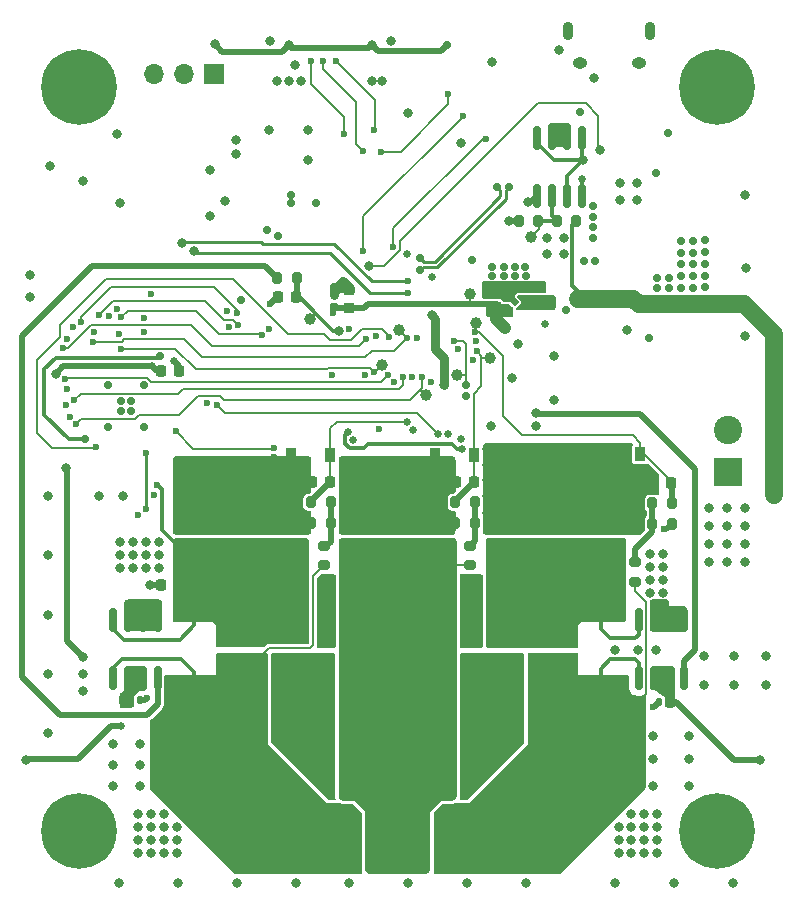
<source format=gbl>
G04 #@! TF.GenerationSoftware,KiCad,Pcbnew,(6.0.2)*
G04 #@! TF.CreationDate,2022-07-31T17:13:20+02:00*
G04 #@! TF.ProjectId,progetto_motor_controller,70726f67-6574-4746-9f5f-6d6f746f725f,rev?*
G04 #@! TF.SameCoordinates,Original*
G04 #@! TF.FileFunction,Copper,L4,Bot*
G04 #@! TF.FilePolarity,Positive*
%FSLAX46Y46*%
G04 Gerber Fmt 4.6, Leading zero omitted, Abs format (unit mm)*
G04 Created by KiCad (PCBNEW (6.0.2)) date 2022-07-31 17:13:20*
%MOMM*%
%LPD*%
G01*
G04 APERTURE LIST*
G04 Aperture macros list*
%AMRoundRect*
0 Rectangle with rounded corners*
0 $1 Rounding radius*
0 $2 $3 $4 $5 $6 $7 $8 $9 X,Y pos of 4 corners*
0 Add a 4 corners polygon primitive as box body*
4,1,4,$2,$3,$4,$5,$6,$7,$8,$9,$2,$3,0*
0 Add four circle primitives for the rounded corners*
1,1,$1+$1,$2,$3*
1,1,$1+$1,$4,$5*
1,1,$1+$1,$6,$7*
1,1,$1+$1,$8,$9*
0 Add four rect primitives between the rounded corners*
20,1,$1+$1,$2,$3,$4,$5,0*
20,1,$1+$1,$4,$5,$6,$7,0*
20,1,$1+$1,$6,$7,$8,$9,0*
20,1,$1+$1,$8,$9,$2,$3,0*%
%AMRotRect*
0 Rectangle, with rotation*
0 The origin of the aperture is its center*
0 $1 length*
0 $2 width*
0 $3 Rotation angle, in degrees counterclockwise*
0 Add horizontal line*
21,1,$1,$2,0,0,$3*%
%AMFreePoly0*
4,1,6,0.270000,-0.070500,0.270000,-0.105000,-0.090000,-0.105000,-0.090000,0.105000,0.090000,0.105000,0.270000,-0.070500,0.270000,-0.070500,$1*%
%AMFreePoly1*
4,1,6,0.090000,-0.105000,-0.270000,-0.105000,-0.270000,-0.070500,-0.090000,0.105000,0.090000,0.105000,0.090000,-0.105000,0.090000,-0.105000,$1*%
G04 Aperture macros list end*
G04 #@! TA.AperFunction,ComponentPad*
%ADD10O,1.250000X0.950000*%
G04 #@! TD*
G04 #@! TA.AperFunction,ComponentPad*
%ADD11O,0.890000X1.550000*%
G04 #@! TD*
G04 #@! TA.AperFunction,ComponentPad*
%ADD12C,0.800000*%
G04 #@! TD*
G04 #@! TA.AperFunction,ComponentPad*
%ADD13C,6.400000*%
G04 #@! TD*
G04 #@! TA.AperFunction,ComponentPad*
%ADD14R,2.400000X2.400000*%
G04 #@! TD*
G04 #@! TA.AperFunction,ComponentPad*
%ADD15C,2.400000*%
G04 #@! TD*
G04 #@! TA.AperFunction,ComponentPad*
%ADD16R,2.600000X2.600000*%
G04 #@! TD*
G04 #@! TA.AperFunction,ComponentPad*
%ADD17C,2.600000*%
G04 #@! TD*
G04 #@! TA.AperFunction,ComponentPad*
%ADD18R,1.700000X1.700000*%
G04 #@! TD*
G04 #@! TA.AperFunction,ComponentPad*
%ADD19O,1.700000X1.700000*%
G04 #@! TD*
G04 #@! TA.AperFunction,SMDPad,CuDef*
%ADD20C,1.000000*%
G04 #@! TD*
G04 #@! TA.AperFunction,SMDPad,CuDef*
%ADD21RoundRect,0.225000X0.225000X0.250000X-0.225000X0.250000X-0.225000X-0.250000X0.225000X-0.250000X0*%
G04 #@! TD*
G04 #@! TA.AperFunction,SMDPad,CuDef*
%ADD22RoundRect,0.225000X0.250000X-0.225000X0.250000X0.225000X-0.250000X0.225000X-0.250000X-0.225000X0*%
G04 #@! TD*
G04 #@! TA.AperFunction,SMDPad,CuDef*
%ADD23RoundRect,0.250000X1.425000X-0.362500X1.425000X0.362500X-1.425000X0.362500X-1.425000X-0.362500X0*%
G04 #@! TD*
G04 #@! TA.AperFunction,SMDPad,CuDef*
%ADD24R,0.900000X1.200000*%
G04 #@! TD*
G04 #@! TA.AperFunction,SMDPad,CuDef*
%ADD25RoundRect,0.150000X-0.150000X0.825000X-0.150000X-0.825000X0.150000X-0.825000X0.150000X0.825000X0*%
G04 #@! TD*
G04 #@! TA.AperFunction,SMDPad,CuDef*
%ADD26RoundRect,0.200000X-0.200000X-0.275000X0.200000X-0.275000X0.200000X0.275000X-0.200000X0.275000X0*%
G04 #@! TD*
G04 #@! TA.AperFunction,SMDPad,CuDef*
%ADD27RoundRect,0.200000X0.200000X0.275000X-0.200000X0.275000X-0.200000X-0.275000X0.200000X-0.275000X0*%
G04 #@! TD*
G04 #@! TA.AperFunction,SMDPad,CuDef*
%ADD28RoundRect,0.200000X0.275000X-0.200000X0.275000X0.200000X-0.275000X0.200000X-0.275000X-0.200000X0*%
G04 #@! TD*
G04 #@! TA.AperFunction,SMDPad,CuDef*
%ADD29FreePoly0,0.000000*%
G04 #@! TD*
G04 #@! TA.AperFunction,SMDPad,CuDef*
%ADD30FreePoly1,180.000000*%
G04 #@! TD*
G04 #@! TA.AperFunction,SMDPad,CuDef*
%ADD31FreePoly0,180.000000*%
G04 #@! TD*
G04 #@! TA.AperFunction,SMDPad,CuDef*
%ADD32FreePoly1,0.000000*%
G04 #@! TD*
G04 #@! TA.AperFunction,SMDPad,CuDef*
%ADD33RotRect,0.480000X0.480000X315.000000*%
G04 #@! TD*
G04 #@! TA.AperFunction,SMDPad,CuDef*
%ADD34RoundRect,0.150000X0.150000X-0.825000X0.150000X0.825000X-0.150000X0.825000X-0.150000X-0.825000X0*%
G04 #@! TD*
G04 #@! TA.AperFunction,SMDPad,CuDef*
%ADD35RoundRect,0.225000X-0.225000X-0.250000X0.225000X-0.250000X0.225000X0.250000X-0.225000X0.250000X0*%
G04 #@! TD*
G04 #@! TA.AperFunction,SMDPad,CuDef*
%ADD36RoundRect,0.140000X0.140000X0.170000X-0.140000X0.170000X-0.140000X-0.170000X0.140000X-0.170000X0*%
G04 #@! TD*
G04 #@! TA.AperFunction,SMDPad,CuDef*
%ADD37RoundRect,0.140000X-0.140000X-0.170000X0.140000X-0.170000X0.140000X0.170000X-0.140000X0.170000X0*%
G04 #@! TD*
G04 #@! TA.AperFunction,SMDPad,CuDef*
%ADD38RoundRect,0.140000X0.170000X-0.140000X0.170000X0.140000X-0.170000X0.140000X-0.170000X-0.140000X0*%
G04 #@! TD*
G04 #@! TA.AperFunction,ViaPad*
%ADD39C,0.700000*%
G04 #@! TD*
G04 #@! TA.AperFunction,ViaPad*
%ADD40C,0.800000*%
G04 #@! TD*
G04 #@! TA.AperFunction,ViaPad*
%ADD41C,0.600000*%
G04 #@! TD*
G04 #@! TA.AperFunction,ViaPad*
%ADD42C,0.650000*%
G04 #@! TD*
G04 #@! TA.AperFunction,Conductor*
%ADD43C,0.270000*%
G04 #@! TD*
G04 #@! TA.AperFunction,Conductor*
%ADD44C,0.750000*%
G04 #@! TD*
G04 #@! TA.AperFunction,Conductor*
%ADD45C,0.500000*%
G04 #@! TD*
G04 #@! TA.AperFunction,Conductor*
%ADD46C,0.300000*%
G04 #@! TD*
G04 #@! TA.AperFunction,Conductor*
%ADD47C,1.000000*%
G04 #@! TD*
G04 #@! TA.AperFunction,Conductor*
%ADD48C,0.200000*%
G04 #@! TD*
G04 #@! TA.AperFunction,Conductor*
%ADD49C,0.250000*%
G04 #@! TD*
G04 #@! TA.AperFunction,Conductor*
%ADD50C,1.500000*%
G04 #@! TD*
G04 #@! TA.AperFunction,Conductor*
%ADD51C,0.400000*%
G04 #@! TD*
G04 APERTURE END LIST*
D10*
X136400000Y-80950000D03*
D11*
X130400000Y-78250000D03*
D10*
X131400000Y-80950000D03*
D11*
X137400000Y-78250000D03*
D12*
X87302944Y-144302944D03*
X89000000Y-143600000D03*
X91400000Y-146000000D03*
X90697056Y-147697056D03*
X87302944Y-147697056D03*
X89000000Y-148400000D03*
X86600000Y-146000000D03*
D13*
X89000000Y-146000000D03*
D12*
X90697056Y-144302944D03*
D14*
X144000000Y-115550000D03*
D15*
X144000000Y-112050000D03*
D16*
X111000000Y-147150000D03*
D17*
X116000000Y-147150000D03*
X121000000Y-147150000D03*
D18*
X100450000Y-81900000D03*
D19*
X97910000Y-81900000D03*
X95370000Y-81900000D03*
D12*
X141302944Y-144302944D03*
X144697056Y-144302944D03*
X143000000Y-143600000D03*
X141302944Y-147697056D03*
D13*
X143000000Y-146000000D03*
D12*
X140600000Y-146000000D03*
X145400000Y-146000000D03*
X144697056Y-147697056D03*
X143000000Y-148400000D03*
X141302944Y-84697056D03*
X141302944Y-81302944D03*
X143000000Y-80600000D03*
X144697056Y-81302944D03*
X143000000Y-85400000D03*
D13*
X143000000Y-83000000D03*
D12*
X140600000Y-83000000D03*
X144697056Y-84697056D03*
X145400000Y-83000000D03*
X90697056Y-84697056D03*
X89000000Y-80600000D03*
X90697056Y-81302944D03*
D13*
X89000000Y-83000000D03*
D12*
X91400000Y-83000000D03*
X89000000Y-85400000D03*
X86600000Y-83000000D03*
X87302944Y-81302944D03*
X87302944Y-84697056D03*
D20*
X108550000Y-102650000D03*
D21*
X122475000Y-116400000D03*
X120925000Y-116400000D03*
D20*
X122650000Y-102950000D03*
D22*
X128000000Y-101375000D03*
X128000000Y-99825000D03*
D23*
X98800000Y-133512500D03*
X98800000Y-127587500D03*
D21*
X123975000Y-125150000D03*
X122425000Y-125150000D03*
D24*
X110250000Y-114150000D03*
X106950000Y-114150000D03*
X136550000Y-114050000D03*
X133250000Y-114050000D03*
D22*
X111900000Y-101725000D03*
X111900000Y-100175000D03*
D25*
X136395000Y-128075000D03*
X137665000Y-128075000D03*
X138935000Y-128075000D03*
X140205000Y-128075000D03*
X140205000Y-133025000D03*
X138935000Y-133025000D03*
X137665000Y-133025000D03*
X136395000Y-133025000D03*
D26*
X105825000Y-99150000D03*
X107475000Y-99150000D03*
D27*
X122525000Y-119900000D03*
X120875000Y-119900000D03*
D20*
X114650000Y-106500000D03*
X122100000Y-100500000D03*
D26*
X129475000Y-94350000D03*
X131125000Y-94350000D03*
D21*
X139175000Y-116550000D03*
X137625000Y-116550000D03*
X111550000Y-125150000D03*
X110000000Y-125150000D03*
D28*
X109800000Y-123475000D03*
X109800000Y-121825000D03*
D26*
X126275000Y-94350000D03*
X127925000Y-94350000D03*
D20*
X127300000Y-95650000D03*
D27*
X110325000Y-119900000D03*
X108675000Y-119900000D03*
D22*
X124300000Y-101600000D03*
X124300000Y-100050000D03*
D29*
X125380000Y-101525000D03*
D30*
X125380000Y-100875000D03*
D31*
X126420000Y-100875000D03*
D32*
X126420000Y-101525000D03*
D33*
X125900000Y-101200000D03*
D20*
X121050000Y-107350000D03*
D26*
X137575000Y-119950000D03*
X139225000Y-119950000D03*
D27*
X122525000Y-118150000D03*
X120875000Y-118150000D03*
D23*
X133200000Y-133512500D03*
X133200000Y-127587500D03*
D28*
X122150000Y-123475000D03*
X122150000Y-121825000D03*
D34*
X131605000Y-92225000D03*
X130335000Y-92225000D03*
X129065000Y-92225000D03*
X127795000Y-92225000D03*
X127795000Y-87275000D03*
X129065000Y-87275000D03*
X130335000Y-87275000D03*
X131605000Y-87275000D03*
D35*
X95975000Y-107000000D03*
X97525000Y-107000000D03*
D20*
X116150000Y-103550000D03*
X118400000Y-109100000D03*
D36*
X139080000Y-135050000D03*
X138120000Y-135050000D03*
D37*
X93240000Y-134900000D03*
X94200000Y-134900000D03*
D28*
X136100000Y-124875000D03*
X136100000Y-123225000D03*
D25*
X91895000Y-128075000D03*
X93165000Y-128075000D03*
X94435000Y-128075000D03*
X95705000Y-128075000D03*
X95705000Y-133025000D03*
X94435000Y-133025000D03*
X93165000Y-133025000D03*
X91895000Y-133025000D03*
D21*
X110300000Y-116400000D03*
X108750000Y-116400000D03*
D20*
X123800000Y-105950000D03*
D27*
X110325000Y-118150000D03*
X108675000Y-118150000D03*
D24*
X122450000Y-114150000D03*
X119150000Y-114150000D03*
D21*
X107425000Y-100800000D03*
X105875000Y-100800000D03*
D38*
X110600000Y-101530000D03*
X110600000Y-100570000D03*
D21*
X97475000Y-125150000D03*
X95925000Y-125150000D03*
D26*
X137575000Y-118250000D03*
X139225000Y-118250000D03*
D39*
X125400000Y-91450000D03*
X117925000Y-98500000D03*
X117925000Y-97500000D03*
X124400000Y-91450000D03*
D40*
X118900000Y-102300000D03*
X100500000Y-79350000D03*
X106800000Y-79450000D03*
X119900000Y-108200000D03*
X113800000Y-79450000D03*
D39*
X120200000Y-79450000D03*
D40*
X102350000Y-87450000D03*
X138000000Y-146750000D03*
X134800000Y-117650000D03*
X89400000Y-90950000D03*
X86400000Y-117650000D03*
D39*
X126200000Y-100000000D03*
X125000000Y-99000000D03*
D40*
X100100000Y-90050000D03*
D39*
X139000000Y-99150000D03*
X142000000Y-97950000D03*
D40*
X107300000Y-81100000D03*
X126400000Y-114950000D03*
X134800000Y-120350000D03*
D39*
X140000000Y-100000000D03*
D40*
X102000000Y-116250000D03*
D41*
X118800000Y-108000000D03*
D40*
X107600000Y-114950000D03*
D42*
X118900000Y-99050000D03*
D40*
X114250000Y-114950000D03*
X138000000Y-147850000D03*
X118450000Y-114950000D03*
X133400000Y-120350000D03*
X136900000Y-144550000D03*
D41*
X99850000Y-109750000D03*
D40*
X136900000Y-146750000D03*
D39*
X132550000Y-95800000D03*
X125900000Y-98200000D03*
D41*
X113200000Y-107350500D03*
X111900000Y-103450000D03*
D40*
X95100000Y-147850000D03*
X94000000Y-144550000D03*
X129200000Y-116250000D03*
X134800000Y-115450000D03*
X111450000Y-114950000D03*
D41*
X94400000Y-126700000D03*
D40*
X123600000Y-119050000D03*
X92500000Y-92850000D03*
X102000000Y-119050000D03*
D39*
X138950000Y-100000000D03*
D40*
X135800000Y-145650000D03*
X103400000Y-117650000D03*
D41*
X137600000Y-135450000D03*
D42*
X97050000Y-106150000D03*
D40*
X103400000Y-114950000D03*
D41*
X94500000Y-102550000D03*
D40*
X111450000Y-119050000D03*
X100600000Y-116250000D03*
D41*
X122650000Y-104500000D03*
D40*
X114700000Y-82500000D03*
X115650000Y-117650000D03*
X94000000Y-146750000D03*
X106200000Y-114950000D03*
X99200000Y-117650000D03*
X125400000Y-94350000D03*
D41*
X95150000Y-100500000D03*
X94800000Y-134750000D03*
D40*
X129200000Y-109450000D03*
D41*
X105200000Y-101350000D03*
D40*
X107800000Y-82500000D03*
D39*
X140000000Y-99000000D03*
X141000000Y-97000000D03*
X110600000Y-99900000D03*
D40*
X93600000Y-121550000D03*
X135800000Y-146750000D03*
X137900000Y-130650000D03*
X84850000Y-100750000D03*
D39*
X141000000Y-98000000D03*
D41*
X114441347Y-111975500D03*
D40*
X130600000Y-117650000D03*
X109600000Y-128300000D03*
D39*
X107000000Y-92800000D03*
D40*
X112850000Y-114950000D03*
X96200000Y-147850000D03*
X96200000Y-146750000D03*
D39*
X132550000Y-94025000D03*
D40*
X107600000Y-119050000D03*
D41*
X92250000Y-101750000D03*
D40*
X126900000Y-150350000D03*
X123600000Y-116250000D03*
D39*
X142000000Y-95950000D03*
D42*
X117300000Y-112000000D03*
D40*
X106800000Y-82500000D03*
X121350000Y-87700000D03*
D39*
X132550000Y-93025000D03*
D40*
X136900000Y-147850000D03*
X135800000Y-147850000D03*
X118450000Y-119050000D03*
D39*
X91500000Y-108250000D03*
D40*
X145450000Y-104050000D03*
X124000000Y-80850000D03*
X118450000Y-117650000D03*
X116900000Y-150350000D03*
X119850000Y-119050000D03*
X106200000Y-117650000D03*
X123900000Y-111650000D03*
X112850000Y-117650000D03*
X127800000Y-114950000D03*
X111450000Y-117650000D03*
X113800000Y-82500000D03*
X133400000Y-119050000D03*
D39*
X102700000Y-101000000D03*
D40*
X104800000Y-114950000D03*
D39*
X94500000Y-111750000D03*
D40*
X116900000Y-85150000D03*
X136325000Y-130650000D03*
D39*
X124000000Y-99000000D03*
D40*
X112850000Y-119050000D03*
X137400000Y-122550000D03*
D42*
X121390414Y-112754769D03*
D40*
X132000000Y-116250000D03*
D39*
X137300000Y-104250000D03*
D40*
X127800000Y-116250000D03*
D41*
X93150000Y-126700000D03*
D40*
X108400000Y-89150000D03*
X135900000Y-119050000D03*
X132000000Y-113650000D03*
D39*
X104900000Y-95100000D03*
D40*
X119850000Y-117650000D03*
X130600000Y-114950000D03*
X118450000Y-116250000D03*
X125000000Y-117650000D03*
X126400000Y-117650000D03*
D41*
X138700000Y-126700000D03*
D40*
X100600000Y-114950000D03*
D39*
X142000000Y-96950000D03*
D40*
X134700000Y-146750000D03*
X94000000Y-147850000D03*
X133400000Y-115450000D03*
X94000000Y-145650000D03*
X107600000Y-120350000D03*
X86400000Y-132650000D03*
X127700000Y-111650000D03*
X132600000Y-82250000D03*
D39*
X92550000Y-110450000D03*
D40*
X126200000Y-104725000D03*
X97400000Y-150350000D03*
X138500000Y-125850000D03*
D39*
X93450000Y-109600000D03*
D41*
X92449500Y-103900500D03*
D39*
X131450000Y-85124500D03*
D41*
X101725000Y-103300000D03*
D39*
X91500000Y-111750000D03*
D40*
X103400000Y-116250000D03*
D41*
X117650000Y-104250000D03*
D40*
X109650000Y-126800000D03*
X94700000Y-121550000D03*
D41*
X137650000Y-126700000D03*
D40*
X97300000Y-146750000D03*
X97300000Y-147850000D03*
D41*
X88000000Y-108550000D03*
D39*
X138000000Y-99150000D03*
D40*
X117050000Y-117650000D03*
X133400000Y-117650000D03*
D41*
X105150000Y-103500000D03*
X114150000Y-104100000D03*
D39*
X132550000Y-94800000D03*
X121800000Y-109150000D03*
D40*
X101400000Y-92600000D03*
D39*
X126800000Y-98200000D03*
D40*
X137400000Y-125850000D03*
X132000000Y-114950000D03*
X90700000Y-117600000D03*
D41*
X88500000Y-103300000D03*
D40*
X102400000Y-150350000D03*
X100600000Y-117650000D03*
D42*
X120300000Y-112350000D03*
D40*
X125000000Y-116250000D03*
X96200000Y-144550000D03*
D41*
X94050000Y-119250000D03*
D40*
X136150000Y-117650000D03*
X144400000Y-150350000D03*
X107600000Y-116250000D03*
X99200000Y-119050000D03*
D41*
X138550000Y-120450000D03*
D40*
X126400000Y-113650000D03*
X138500000Y-122550000D03*
D41*
X115715334Y-107965334D03*
D40*
X136900000Y-145650000D03*
D39*
X140000000Y-97000000D03*
D40*
X92400000Y-150350000D03*
X86400000Y-127650000D03*
X122050000Y-126850000D03*
X105150000Y-86650000D03*
X122000000Y-128400000D03*
D39*
X126900000Y-99000000D03*
D40*
X138500000Y-123650000D03*
X95100000Y-144550000D03*
D39*
X105900000Y-95600000D03*
D40*
X125000000Y-114950000D03*
X129200000Y-114950000D03*
X95800000Y-122650000D03*
X138000000Y-145650000D03*
D41*
X121150000Y-105200000D03*
D40*
X137400000Y-124750000D03*
X92500000Y-123750000D03*
D39*
X140000000Y-96000000D03*
D40*
X132000000Y-119050000D03*
X127800000Y-117650000D03*
D41*
X110450000Y-107350500D03*
D40*
X93600000Y-122650000D03*
X119850000Y-114950000D03*
D39*
X142000000Y-99950000D03*
X140000000Y-98000000D03*
X125100000Y-100000000D03*
D40*
X136150000Y-115450000D03*
D39*
X142000000Y-98950000D03*
X141000000Y-99000000D03*
D40*
X134400000Y-150350000D03*
D39*
X109050000Y-92850000D03*
D41*
X117250000Y-107550500D03*
D40*
X112850000Y-116250000D03*
X139400000Y-150350000D03*
D39*
X132750000Y-97750000D03*
D40*
X84850000Y-98900000D03*
X94700000Y-123750000D03*
X105800000Y-82500000D03*
D41*
X88000000Y-104300000D03*
D40*
X138500000Y-124750000D03*
X119850000Y-120350000D03*
X93600000Y-123750000D03*
D39*
X92550000Y-109600000D03*
D40*
X121900000Y-150350000D03*
X95100000Y-145650000D03*
D39*
X123500000Y-100000000D03*
D40*
X114250000Y-116250000D03*
D39*
X93450000Y-110450000D03*
D40*
X92750000Y-117600000D03*
D39*
X141000000Y-96000000D03*
X131750000Y-97750000D03*
D40*
X94700000Y-122650000D03*
X127000000Y-92750000D03*
X136100000Y-120350000D03*
X123600000Y-117650000D03*
D39*
X107000000Y-92100000D03*
D40*
X107600000Y-117650000D03*
D39*
X127190000Y-100000000D03*
X138900000Y-86850000D03*
D40*
X117050000Y-116250000D03*
D39*
X137900000Y-90250000D03*
D40*
X134700000Y-147850000D03*
X86400000Y-137650000D03*
X114250000Y-117650000D03*
D39*
X124000000Y-98200000D03*
D40*
X123600000Y-114950000D03*
X137400000Y-123650000D03*
X92500000Y-121550000D03*
X129200000Y-113650000D03*
X130600000Y-116250000D03*
D42*
X116800000Y-97150000D03*
D40*
X126400000Y-119050000D03*
X95800000Y-123750000D03*
X138000000Y-144550000D03*
X104800000Y-116250000D03*
D39*
X138000000Y-100000000D03*
D40*
X117050000Y-114950000D03*
D41*
X105500000Y-114350000D03*
D40*
X123600000Y-113650000D03*
D41*
X95400000Y-117550000D03*
X95700000Y-126700000D03*
D40*
X130600000Y-113650000D03*
X102000000Y-117650000D03*
D41*
X91550000Y-102350000D03*
X101575000Y-101975000D03*
D40*
X99200000Y-116250000D03*
D41*
X87950000Y-109950000D03*
D39*
X141000000Y-100000000D03*
D40*
X125000000Y-113650000D03*
D41*
X94550000Y-103750000D03*
D40*
X108400000Y-86650000D03*
X99200000Y-114950000D03*
D39*
X122300000Y-97670000D03*
X111400000Y-99400000D03*
D40*
X92500000Y-122650000D03*
X95000000Y-125150000D03*
X115650000Y-116250000D03*
X134400000Y-130650000D03*
D39*
X130250000Y-101850000D03*
D41*
X122400000Y-106100000D03*
D40*
X135800000Y-144550000D03*
X97300000Y-145650000D03*
D41*
X90256962Y-103752529D03*
D40*
X125000000Y-119050000D03*
X100600000Y-119050000D03*
X86400000Y-122650000D03*
X126400000Y-116250000D03*
X102000000Y-114950000D03*
X95100000Y-146750000D03*
X115650000Y-114950000D03*
D42*
X112250000Y-112900000D03*
D40*
X129200000Y-117650000D03*
X104800000Y-117650000D03*
X106200000Y-116250000D03*
X100100000Y-93900000D03*
D39*
X125000000Y-98200000D03*
X125900000Y-99000000D03*
D41*
X88250000Y-110900000D03*
D40*
X111900000Y-150350000D03*
X96200000Y-145650000D03*
X107400000Y-150350000D03*
X127800000Y-113650000D03*
X132000000Y-117650000D03*
X95800000Y-121550000D03*
X134700000Y-145650000D03*
D39*
X94500000Y-108250000D03*
D40*
X102350000Y-88650000D03*
X119850000Y-116250000D03*
X111450000Y-116250000D03*
X132000000Y-120350000D03*
X125650000Y-107650000D03*
X136300000Y-91150000D03*
D42*
X128509215Y-103013967D03*
D40*
X134800000Y-91150000D03*
X105200000Y-79100000D03*
X129650000Y-79850000D03*
X145400000Y-92100000D03*
X130050000Y-95750000D03*
X135400000Y-103600000D03*
X145500000Y-98350000D03*
X130050000Y-97150000D03*
X134800000Y-92550000D03*
X128650000Y-97150000D03*
X129000000Y-101100000D03*
X86600000Y-89700000D03*
X131722205Y-89150000D03*
X92250000Y-87000000D03*
X129200000Y-105750000D03*
X136300000Y-92550000D03*
X128650000Y-95750000D03*
X115400000Y-79100011D03*
X84500000Y-140000000D03*
X125100009Y-103398531D03*
D42*
X92600000Y-137050000D03*
D40*
X146700000Y-139950000D03*
D41*
X110510184Y-102158709D03*
X92750000Y-135300000D03*
D40*
X98750000Y-96900000D03*
D41*
X116900000Y-100400000D03*
D40*
X97750000Y-96200000D03*
D41*
X116900000Y-99450000D03*
D40*
X131300000Y-100900000D03*
X122050000Y-136450000D03*
X123300000Y-135750000D03*
X145400000Y-120150000D03*
X109950000Y-135050000D03*
X132300000Y-100900000D03*
X108700000Y-134350000D03*
X108700000Y-132950000D03*
X109950000Y-136450000D03*
X137650000Y-139900000D03*
X91900000Y-138650000D03*
X109950000Y-133650000D03*
X140650000Y-142150000D03*
X143900000Y-121650000D03*
X141900000Y-133650000D03*
X142400000Y-123200000D03*
X89400000Y-134150000D03*
X87050000Y-107250000D03*
X147850000Y-117550000D03*
X91900000Y-140400000D03*
X142400000Y-121650000D03*
X94150000Y-142150000D03*
D42*
X95200000Y-106574500D03*
D40*
X91900000Y-142150000D03*
X140650000Y-137900000D03*
X143900000Y-118650000D03*
X125800000Y-134350000D03*
X125800000Y-135750000D03*
X106200000Y-135750000D03*
X94150000Y-140400000D03*
X106200000Y-134350000D03*
X140650000Y-139900000D03*
X107450000Y-136450000D03*
X108700000Y-131550000D03*
X124550000Y-137850000D03*
X133300000Y-100900000D03*
X123300000Y-131550000D03*
X145400000Y-121650000D03*
X108700000Y-135750000D03*
X107450000Y-137850000D03*
X137650000Y-142150000D03*
X125800000Y-137150000D03*
X89400000Y-132650000D03*
X141900000Y-131150000D03*
X144450000Y-133650000D03*
X107450000Y-133650000D03*
X122050000Y-137850000D03*
X142400000Y-120150000D03*
X125800000Y-131550000D03*
X124550000Y-132250000D03*
X142400000Y-118650000D03*
X106200000Y-132950000D03*
X109950000Y-137850000D03*
X137650000Y-137900000D03*
X122050000Y-133650000D03*
X106200000Y-131550000D03*
X144450000Y-131150000D03*
X124550000Y-133650000D03*
X147150000Y-131150000D03*
X143900000Y-123200000D03*
X124550000Y-136450000D03*
X107450000Y-132250000D03*
X123300000Y-132950000D03*
X123300000Y-134350000D03*
X125800000Y-132950000D03*
X124550000Y-135050000D03*
X94150000Y-138650000D03*
X87900000Y-115250000D03*
X89400000Y-131250000D03*
X123300000Y-137150000D03*
X147150000Y-133650000D03*
X143900000Y-120150000D03*
X147850000Y-115150000D03*
X122050000Y-135050000D03*
X145400000Y-118650000D03*
X147850000Y-116350000D03*
X107450000Y-135050000D03*
X106200000Y-137150000D03*
X108700000Y-137150000D03*
X145400000Y-123200000D03*
X136400000Y-136750000D03*
X128150000Y-145400000D03*
X134400000Y-138450000D03*
X124400000Y-147400000D03*
X136400000Y-138450000D03*
X125650000Y-145400000D03*
X129400000Y-147400000D03*
X135300000Y-135150000D03*
X130650000Y-145400000D03*
X131700000Y-135150000D03*
X126900000Y-147400000D03*
X134400000Y-136750000D03*
X133500000Y-135150000D03*
X117600000Y-125850000D03*
X117600000Y-124450000D03*
X113400000Y-125850000D03*
X113400000Y-127250000D03*
X120400000Y-125850000D03*
X119000000Y-127250000D03*
X120400000Y-123050000D03*
X114800000Y-127250000D03*
X119000000Y-123050000D03*
X116200000Y-121650000D03*
X114800000Y-125850000D03*
X119000000Y-130050000D03*
X113400000Y-121650000D03*
X113400000Y-128650000D03*
X119000000Y-128650000D03*
X119000000Y-121650000D03*
X112000000Y-123050000D03*
X119000000Y-125850000D03*
X114800000Y-123050000D03*
X119000000Y-124450000D03*
X116200000Y-123050000D03*
X113400000Y-123050000D03*
X116200000Y-124450000D03*
X117600000Y-123050000D03*
X120400000Y-127250000D03*
X112000000Y-127250000D03*
X112000000Y-121650000D03*
X113400000Y-124450000D03*
X120400000Y-128650000D03*
X112000000Y-128650000D03*
X116200000Y-127250000D03*
X114800000Y-121650000D03*
X117600000Y-127250000D03*
X120400000Y-121650000D03*
X112000000Y-124450000D03*
X120400000Y-124450000D03*
X117600000Y-121650000D03*
X116200000Y-125850000D03*
X114800000Y-124450000D03*
X120400000Y-130050000D03*
X112000000Y-125850000D03*
X97900000Y-136750000D03*
X101400000Y-145150000D03*
X105150000Y-147150000D03*
X97000000Y-135150000D03*
X98800000Y-135150000D03*
X102650000Y-147150000D03*
X107650000Y-147150000D03*
X100800000Y-135150000D03*
X96100000Y-136750000D03*
X96100000Y-138550000D03*
X103900000Y-145150000D03*
X106400000Y-145150000D03*
X97900000Y-138550000D03*
D41*
X115600000Y-96574500D03*
X123450000Y-87350000D03*
D40*
X133100000Y-88350000D03*
X113600000Y-98150000D03*
D41*
X121500000Y-85450000D03*
X113100000Y-96900000D03*
X92600000Y-102500000D03*
X104500000Y-104000000D03*
X90700000Y-102300000D03*
X102500000Y-103100000D03*
X89198891Y-102911727D03*
X102400000Y-102150000D03*
D40*
X111000000Y-103650000D03*
D41*
X92550000Y-105150000D03*
X114000000Y-107100000D03*
X116800936Y-104203096D03*
X90200000Y-104550000D03*
X87700000Y-105050500D03*
X113300000Y-104325000D03*
X115150000Y-107400000D03*
X87850000Y-107750000D03*
X116450000Y-107550500D03*
X88625500Y-109500000D03*
X88800000Y-111500000D03*
X118050000Y-107550000D03*
X120800000Y-104450000D03*
D42*
X116790298Y-111320398D03*
D39*
X121800000Y-108250000D03*
D41*
X122700000Y-105350000D03*
X122550000Y-103700000D03*
X110800000Y-80800000D03*
X114000000Y-86600000D03*
X114600000Y-88500000D03*
X120300000Y-83600000D03*
X109700000Y-80800000D03*
X113050000Y-88400000D03*
X108700000Y-80800000D03*
X111500000Y-87000000D03*
X105500000Y-113550000D03*
X97200000Y-112150000D03*
D40*
X131100000Y-124450000D03*
X124100000Y-127250000D03*
X128300000Y-127250000D03*
D42*
X121475498Y-113600000D03*
D40*
X131100000Y-121650000D03*
X125500000Y-125850000D03*
X129700000Y-125850000D03*
D42*
X111828529Y-112162425D03*
D40*
X125500000Y-123050000D03*
X131100000Y-125850000D03*
X132500000Y-124450000D03*
X126900000Y-125850000D03*
X129700000Y-121650000D03*
X132500000Y-121650000D03*
X126900000Y-127250000D03*
X128300000Y-121650000D03*
X125500000Y-128650000D03*
X124100000Y-123050000D03*
X133900000Y-123050000D03*
X124100000Y-125850000D03*
X128300000Y-123050000D03*
X129700000Y-124450000D03*
X131100000Y-127250000D03*
X132500000Y-123050000D03*
X126900000Y-123050000D03*
X133900000Y-125850000D03*
X125500000Y-121650000D03*
X128300000Y-125850000D03*
X125500000Y-127250000D03*
X133900000Y-124450000D03*
X124100000Y-128650000D03*
X125500000Y-124450000D03*
X124100000Y-121650000D03*
X124100000Y-124450000D03*
X126900000Y-121650000D03*
X129700000Y-127250000D03*
X133900000Y-121650000D03*
X129700000Y-123050000D03*
X126900000Y-124450000D03*
X128300000Y-124450000D03*
X131100000Y-123050000D03*
X132500000Y-125850000D03*
D42*
X119400000Y-112375000D03*
D41*
X100700000Y-109900000D03*
X115275000Y-104150000D03*
X90500000Y-113500000D03*
X94700000Y-114000000D03*
X94700000Y-118700000D03*
D40*
X127700000Y-110550000D03*
D39*
X89550000Y-112800000D03*
X95850000Y-105800000D03*
D40*
X103700000Y-127250000D03*
X100900000Y-124450000D03*
X102300000Y-123050000D03*
X99500000Y-121650000D03*
X106500000Y-124450000D03*
X102300000Y-127250000D03*
X99500000Y-124450000D03*
X98100000Y-124450000D03*
X99500000Y-125850000D03*
X107900000Y-127250000D03*
X98100000Y-125850000D03*
X105100000Y-125850000D03*
X107900000Y-121650000D03*
X105100000Y-123050000D03*
X102300000Y-124450000D03*
X107900000Y-125850000D03*
X100900000Y-123050000D03*
X103700000Y-124450000D03*
X107900000Y-123050000D03*
X100900000Y-125850000D03*
X98100000Y-123050000D03*
X103700000Y-123050000D03*
X105100000Y-127250000D03*
X105100000Y-121650000D03*
X105100000Y-124450000D03*
D41*
X95650000Y-116650000D03*
D40*
X106500000Y-127250000D03*
X103700000Y-125850000D03*
X106500000Y-121650000D03*
X102300000Y-125850000D03*
X106500000Y-125850000D03*
X107900000Y-124450000D03*
X103700000Y-121650000D03*
X100900000Y-121650000D03*
X107900000Y-128650000D03*
X99500000Y-123050000D03*
X98100000Y-121650000D03*
X106500000Y-123050000D03*
X102300000Y-121650000D03*
D42*
X131600000Y-90750000D03*
D43*
X125135001Y-92447341D02*
X125135001Y-91714999D01*
X124664999Y-91714999D02*
X124400000Y-91450000D01*
X125135001Y-91714999D02*
X125400000Y-91450000D01*
X124664999Y-92252659D02*
X124664999Y-91714999D01*
X118189999Y-98235001D02*
X119347341Y-98235001D01*
X117925000Y-98500000D02*
X118189999Y-98235001D01*
X118189999Y-97764999D02*
X119152659Y-97764999D01*
X117925000Y-97500000D02*
X118189999Y-97764999D01*
X119347341Y-98235001D02*
X125135001Y-92447341D01*
X119152659Y-97764999D02*
X124664999Y-92252659D01*
D44*
X119200000Y-102600000D02*
X119200000Y-105200000D01*
D45*
X120200000Y-79450000D02*
X119700489Y-79949511D01*
X113600000Y-79650000D02*
X107000000Y-79650000D01*
X106800000Y-79450000D02*
X106250000Y-80000000D01*
X114299511Y-79949511D02*
X113800000Y-79450000D01*
D44*
X119900000Y-105900000D02*
X119900000Y-108200000D01*
D45*
X107000000Y-79650000D02*
X106800000Y-79450000D01*
D44*
X119200000Y-105200000D02*
X119900000Y-105900000D01*
D45*
X106250000Y-80000000D02*
X101150000Y-80000000D01*
X101150000Y-80000000D02*
X100500000Y-79350000D01*
D44*
X118900000Y-102300000D02*
X119200000Y-102600000D01*
D45*
X119700489Y-79949511D02*
X114299511Y-79949511D01*
X113800000Y-79450000D02*
X113600000Y-79650000D01*
X105750000Y-100800000D02*
X105200000Y-101350000D01*
X105875000Y-100800000D02*
X105750000Y-100800000D01*
X94650000Y-134900000D02*
X94800000Y-134750000D01*
X95925000Y-125150000D02*
X95000000Y-125150000D01*
D44*
X111400000Y-99400000D02*
X111900000Y-99900000D01*
D45*
X138550000Y-120450000D02*
X138725000Y-120450000D01*
X125400000Y-94350000D02*
X126275000Y-94350000D01*
D44*
X111900000Y-99900000D02*
X111900000Y-100175000D01*
D45*
X97525000Y-107000000D02*
X97525000Y-106625000D01*
X94200000Y-134900000D02*
X94650000Y-134900000D01*
X137600000Y-135450000D02*
X137720000Y-135450000D01*
X137720000Y-135450000D02*
X138120000Y-135050000D01*
D44*
X110600000Y-99900000D02*
X110900000Y-99900000D01*
D45*
X138725000Y-120450000D02*
X139225000Y-119950000D01*
D44*
X110600000Y-99900000D02*
X110600000Y-100570000D01*
D45*
X127270000Y-92750000D02*
X127795000Y-92225000D01*
X97525000Y-106625000D02*
X97050000Y-106150000D01*
X110995000Y-100175000D02*
X110600000Y-100570000D01*
X127000000Y-92750000D02*
X127270000Y-92750000D01*
X111900000Y-100175000D02*
X110995000Y-100175000D01*
D44*
X110900000Y-99900000D02*
X111400000Y-99400000D01*
D46*
X131722205Y-89150000D02*
X130335000Y-90537205D01*
X131722205Y-89150000D02*
X131605000Y-89032795D01*
X130335000Y-90537205D02*
X130335000Y-92225000D01*
X131722205Y-89150000D02*
X129258573Y-89150000D01*
X127795000Y-87686427D02*
X127795000Y-87275000D01*
X131605000Y-89032795D02*
X131605000Y-87275000D01*
X129258573Y-89150000D02*
X127795000Y-87686427D01*
D45*
X144450000Y-139950000D02*
X139550000Y-135050000D01*
X91750000Y-137050000D02*
X88900000Y-139900000D01*
D47*
X124300000Y-102598522D02*
X124300000Y-101600000D01*
D45*
X139550000Y-135050000D02*
X139080000Y-135050000D01*
X113150000Y-101700000D02*
X113500000Y-101350000D01*
X122100000Y-101350000D02*
X124050000Y-101350000D01*
D48*
X122100000Y-100250000D02*
X122100000Y-101350000D01*
D45*
X124050000Y-101350000D02*
X124300000Y-101600000D01*
X146700000Y-139950000D02*
X144450000Y-139950000D01*
X84600000Y-139900000D02*
X84500000Y-140000000D01*
X113500000Y-101350000D02*
X122100000Y-101350000D01*
D47*
X125100009Y-103398531D02*
X124300000Y-102598522D01*
D45*
X110620000Y-101700000D02*
X113150000Y-101700000D01*
X92600000Y-137050000D02*
X91750000Y-137050000D01*
X110510184Y-102158709D02*
X110510184Y-101809816D01*
X88900000Y-139900000D02*
X84600000Y-139900000D01*
X110510184Y-101809816D02*
X110620000Y-101700000D01*
D49*
X98750000Y-96900000D02*
X98850000Y-97000000D01*
X110300000Y-97000000D02*
X113700000Y-100400000D01*
X98850000Y-97000000D02*
X110300000Y-97000000D01*
X113700000Y-100400000D02*
X116900000Y-100400000D01*
X104620607Y-96274511D02*
X104446096Y-96100000D01*
X116900000Y-99450000D02*
X113800000Y-99450000D01*
X97850000Y-96100000D02*
X97750000Y-96200000D01*
X104446096Y-96100000D02*
X97850000Y-96100000D01*
X113800000Y-99450000D02*
X110624511Y-96274511D01*
X110624511Y-96274511D02*
X104620607Y-96274511D01*
D50*
X145300000Y-101350000D02*
X136400000Y-101350000D01*
D45*
X95124500Y-106650000D02*
X87650000Y-106650000D01*
D46*
X131300000Y-100300000D02*
X131300000Y-100900000D01*
D45*
X88000000Y-129850000D02*
X89400000Y-131250000D01*
X95975000Y-107000000D02*
X95625500Y-107000000D01*
X95625500Y-107000000D02*
X95200000Y-106574500D01*
D50*
X147850000Y-117550000D02*
X147850000Y-103900000D01*
X136400000Y-101350000D02*
X135950000Y-100900000D01*
X135950000Y-100900000D02*
X131300000Y-100900000D01*
D46*
X131125000Y-94350000D02*
X130800489Y-94674511D01*
D45*
X88000000Y-115350000D02*
X88000000Y-129850000D01*
D50*
X147850000Y-103900000D02*
X145300000Y-101350000D01*
D45*
X87650000Y-106650000D02*
X87050000Y-107250000D01*
D46*
X130800489Y-99800489D02*
X131300000Y-100300000D01*
X130800489Y-94674511D02*
X130800489Y-99800489D01*
D45*
X87900000Y-115250000D02*
X88000000Y-115350000D01*
D51*
X95200000Y-106574500D02*
X95124500Y-106650000D01*
D48*
X137025000Y-126625000D02*
X137025000Y-134375000D01*
X136100000Y-124875000D02*
X136100000Y-125700000D01*
D46*
X136395000Y-133025000D02*
X136395000Y-131745000D01*
X136395000Y-131745000D02*
X136100000Y-131450000D01*
X133200000Y-132250000D02*
X133200000Y-133512500D01*
D48*
X137025000Y-134375000D02*
X136650000Y-134750000D01*
X136100000Y-125700000D02*
X137025000Y-126625000D01*
D46*
X134000000Y-131450000D02*
X133200000Y-132250000D01*
X136100000Y-131450000D02*
X134000000Y-131450000D01*
D48*
X120825000Y-123475000D02*
X120400000Y-123050000D01*
X122150000Y-123475000D02*
X120825000Y-123475000D01*
D46*
X98800000Y-132550000D02*
X98800000Y-133512500D01*
D48*
X108850000Y-130250000D02*
X108600000Y-130500000D01*
D46*
X97650000Y-131400000D02*
X98800000Y-132550000D01*
D48*
X108850000Y-124425000D02*
X108850000Y-130250000D01*
D46*
X91895000Y-133025000D02*
X91895000Y-132155000D01*
X92650000Y-131400000D02*
X97650000Y-131400000D01*
D48*
X109800000Y-123475000D02*
X108850000Y-124425000D01*
X105100000Y-130500000D02*
X104450000Y-131150000D01*
D46*
X91895000Y-132155000D02*
X92650000Y-131400000D01*
D48*
X108600000Y-130500000D02*
X105100000Y-130500000D01*
X115600000Y-94950000D02*
X115600000Y-96574500D01*
X123450000Y-87350000D02*
X123200000Y-87350000D01*
X123200000Y-87350000D02*
X115600000Y-94950000D01*
X133000000Y-88250000D02*
X133000000Y-85450000D01*
X114872338Y-98150000D02*
X113600000Y-98150000D01*
X131925000Y-84375000D02*
X127875000Y-84375000D01*
X116199511Y-96050489D02*
X116199511Y-96822827D01*
X116199511Y-96822827D02*
X114872338Y-98150000D01*
X133100000Y-88350000D02*
X133000000Y-88250000D01*
X127875000Y-84375000D02*
X116199511Y-96050489D01*
X133000000Y-85450000D02*
X131925000Y-84375000D01*
X121500000Y-85500000D02*
X113100000Y-93900000D01*
X113100000Y-93900000D02*
X113100000Y-96900000D01*
X121500000Y-85450000D02*
X121500000Y-85500000D01*
X104500000Y-104000000D02*
X104399511Y-103899511D01*
X93149511Y-101950489D02*
X92600000Y-102500000D01*
X98900489Y-101950489D02*
X93149511Y-101950489D01*
X104399511Y-103899511D02*
X100849511Y-103899511D01*
X100849511Y-103899511D02*
X98900489Y-101950489D01*
X99700000Y-101100000D02*
X91900000Y-101100000D01*
X102475000Y-103100000D02*
X102075489Y-102700489D01*
X102500000Y-103100000D02*
X102475000Y-103100000D01*
X102075489Y-102700489D02*
X101300489Y-102700489D01*
X101300489Y-102700489D02*
X99700000Y-101100000D01*
X91900000Y-101100000D02*
X90700000Y-102300000D01*
X102400000Y-101875000D02*
X102400000Y-102150000D01*
X89198891Y-102911727D02*
X89198891Y-102451109D01*
X91750000Y-99900000D02*
X100425000Y-99900000D01*
X89198891Y-102451109D02*
X91750000Y-99900000D01*
X100425000Y-99900000D02*
X102400000Y-101875000D01*
D46*
X107700000Y-100800000D02*
X107425000Y-100800000D01*
D45*
X107475000Y-100750000D02*
X107425000Y-100800000D01*
D48*
X109025000Y-102175000D02*
X109075000Y-102175000D01*
D46*
X109075000Y-102175000D02*
X107700000Y-100800000D01*
D45*
X107475000Y-99150000D02*
X107475000Y-100750000D01*
D46*
X111000000Y-103650000D02*
X110550000Y-103650000D01*
X110550000Y-103650000D02*
X109075000Y-102175000D01*
D48*
X108550000Y-102650000D02*
X109025000Y-102175000D01*
X97150489Y-105150489D02*
X98900000Y-106900000D01*
X92550000Y-105150000D02*
X92550489Y-105150489D01*
X114050000Y-107100000D02*
X114650000Y-106500000D01*
X114000000Y-107100000D02*
X114050000Y-107100000D01*
X92550489Y-105150489D02*
X97150489Y-105150489D01*
X113650989Y-106750989D02*
X114000000Y-107100000D01*
X110052662Y-106900000D02*
X110201673Y-106750989D01*
X98900000Y-106900000D02*
X110052662Y-106900000D01*
X110201673Y-106750989D02*
X113650989Y-106750989D01*
X113250000Y-105850000D02*
X113800000Y-105300000D01*
X116800936Y-104200936D02*
X116150000Y-103550000D01*
X92647838Y-104550000D02*
X92847838Y-104350000D01*
X99450000Y-105850000D02*
X113250000Y-105850000D01*
X113800000Y-105300000D02*
X115700000Y-105300000D01*
X90200000Y-104550000D02*
X92647838Y-104550000D01*
X116800936Y-104203096D02*
X116800936Y-104200936D01*
X97950000Y-104350000D02*
X99450000Y-105850000D01*
X92847838Y-104350000D02*
X97950000Y-104350000D01*
X116796904Y-104203096D02*
X116800936Y-104203096D01*
X115700000Y-105300000D02*
X116796904Y-104203096D01*
X113300000Y-104325000D02*
X112725000Y-104900000D01*
X100250000Y-104900000D02*
X98500489Y-103150489D01*
X89999511Y-103150489D02*
X88099500Y-105050500D01*
X88099500Y-105050500D02*
X87700000Y-105050500D01*
X112725000Y-104900000D02*
X100250000Y-104900000D01*
X98500489Y-103150489D02*
X89999511Y-103150489D01*
X87999511Y-107600489D02*
X87850000Y-107750000D01*
X94769037Y-107600489D02*
X87999511Y-107600489D01*
X95118548Y-107950000D02*
X94769037Y-107600489D01*
X114600000Y-107950000D02*
X95118548Y-107950000D01*
X115150000Y-107400000D02*
X114600000Y-107950000D01*
X116450000Y-108200000D02*
X116085155Y-108564845D01*
X97400000Y-108950000D02*
X89175500Y-108950000D01*
X97800000Y-108550000D02*
X97400000Y-108950000D01*
X116450000Y-107550500D02*
X116450000Y-108200000D01*
X115467007Y-108564845D02*
X115452162Y-108550000D01*
X115452162Y-108550000D02*
X97800000Y-108550000D01*
X89175500Y-108950000D02*
X88625500Y-109500000D01*
X116085155Y-108564845D02*
X115467007Y-108564845D01*
X101000000Y-109150000D02*
X99102162Y-109150000D01*
X97502162Y-110750000D02*
X94118548Y-110750000D01*
X117875000Y-108625000D02*
X117050000Y-109450000D01*
X94118548Y-110750000D02*
X93769037Y-111099511D01*
X118400000Y-109100000D02*
X117925000Y-108625000D01*
X117925000Y-108625000D02*
X117875000Y-108625000D01*
X101300000Y-109450000D02*
X101000000Y-109150000D01*
X118050000Y-107550000D02*
X118050000Y-108450000D01*
X99102162Y-109150000D02*
X97502162Y-110750000D01*
X93769037Y-111099511D02*
X89200489Y-111099511D01*
X118050000Y-108450000D02*
X117875000Y-108625000D01*
X117050000Y-109450000D02*
X101300000Y-109450000D01*
X89200489Y-111099511D02*
X88800000Y-111500000D01*
X116734707Y-111375989D02*
X110824011Y-111375989D01*
X120800000Y-104450000D02*
X121500000Y-104450000D01*
X121500000Y-104450000D02*
X121800000Y-104750000D01*
X110824011Y-111375989D02*
X110300000Y-111900000D01*
D45*
X108675000Y-118025000D02*
X110300000Y-116400000D01*
X108675000Y-118150000D02*
X108675000Y-118025000D01*
D48*
X110300000Y-111900000D02*
X110300000Y-116150000D01*
X121800000Y-107350000D02*
X121050000Y-107350000D01*
X121800000Y-107350000D02*
X121800000Y-108250000D01*
X121800000Y-104750000D02*
X121800000Y-107350000D01*
X116790298Y-111320398D02*
X116734707Y-111375989D01*
X123150000Y-105950000D02*
X123100000Y-105900000D01*
X123100000Y-105900000D02*
X123100000Y-108300000D01*
D45*
X120875000Y-118000000D02*
X122475000Y-116400000D01*
X120875000Y-118150000D02*
X120875000Y-118000000D01*
D48*
X122450000Y-108950000D02*
X122450000Y-116375000D01*
X123800000Y-105950000D02*
X123150000Y-105950000D01*
X123100000Y-108300000D02*
X122450000Y-108950000D01*
X123100000Y-105750000D02*
X123100000Y-105900000D01*
X122450000Y-116375000D02*
X122475000Y-116400000D01*
X122700000Y-105350000D02*
X123100000Y-105750000D01*
X122550000Y-103700000D02*
X122550000Y-103050000D01*
X136900000Y-114050000D02*
X139175000Y-116325000D01*
X122550000Y-103700000D02*
X122850000Y-103700000D01*
X124900000Y-110850000D02*
X126500000Y-112450000D01*
X122850000Y-103700000D02*
X124900000Y-105750000D01*
X139175000Y-116325000D02*
X139175000Y-116550000D01*
X124900000Y-105750000D02*
X124900000Y-110850000D01*
X136550000Y-114050000D02*
X136900000Y-114050000D01*
D45*
X139225000Y-116600000D02*
X139175000Y-116550000D01*
D48*
X122550000Y-103050000D02*
X122650000Y-102950000D01*
X136550000Y-113100000D02*
X136550000Y-114050000D01*
X126500000Y-112450000D02*
X135900000Y-112450000D01*
X135900000Y-112450000D02*
X136550000Y-113100000D01*
D45*
X139225000Y-118250000D02*
X139225000Y-116600000D01*
D48*
X114100000Y-84100000D02*
X110800000Y-80800000D01*
X114100000Y-86500000D02*
X114100000Y-84100000D01*
X114000000Y-86600000D02*
X114100000Y-86500000D01*
X116250000Y-88500000D02*
X120300000Y-84450000D01*
X120300000Y-84450000D02*
X120300000Y-83600000D01*
X114600000Y-88500000D02*
X116250000Y-88500000D01*
X113050000Y-88400000D02*
X112500000Y-87850000D01*
X112500000Y-87850000D02*
X112500000Y-84250000D01*
X112500000Y-84250000D02*
X109700000Y-81450000D01*
X109700000Y-81450000D02*
X109700000Y-80800000D01*
X111500000Y-85500000D02*
X108700000Y-82700000D01*
X111500000Y-87000000D02*
X111500000Y-85500000D01*
X108700000Y-82700000D02*
X108700000Y-80800000D01*
X97200000Y-112150000D02*
X98650000Y-113600000D01*
X105450000Y-113600000D02*
X105500000Y-113550000D01*
X98650000Y-113600000D02*
X105450000Y-113600000D01*
D46*
X136395000Y-129355000D02*
X136100000Y-129650000D01*
X133200000Y-128850000D02*
X133200000Y-127587500D01*
X111828529Y-112162425D02*
X111575489Y-112415465D01*
X136395000Y-128075000D02*
X136395000Y-129355000D01*
X111970607Y-113574511D02*
X113125489Y-113574511D01*
X121023048Y-113600000D02*
X121416807Y-113600000D01*
X111575489Y-112415465D02*
X111575489Y-113179393D01*
X120623048Y-113200000D02*
X121023048Y-113600000D01*
X134000000Y-129650000D02*
X133200000Y-128850000D01*
D48*
X121416807Y-113600000D02*
X121475498Y-113600000D01*
D46*
X113125489Y-113574511D02*
X113500000Y-113200000D01*
X113500000Y-113200000D02*
X120623048Y-113200000D01*
X136100000Y-129650000D02*
X134000000Y-129650000D01*
X111575489Y-113179393D02*
X111970607Y-113574511D01*
D48*
X117625000Y-110600000D02*
X101400000Y-110600000D01*
X101400000Y-110600000D02*
X100700000Y-109900000D01*
X119400000Y-112375000D02*
X117625000Y-110600000D01*
X85450000Y-112300000D02*
X85450000Y-106100000D01*
X112974511Y-103500489D02*
X114675489Y-103500489D01*
X110249511Y-104399511D02*
X112075489Y-104399511D01*
X86700000Y-113550000D02*
X85450000Y-112300000D01*
X90450000Y-113550000D02*
X86700000Y-113550000D01*
X87400489Y-103149511D02*
X91300000Y-99250000D01*
X109725000Y-103875000D02*
X110249511Y-104399511D01*
X91300000Y-99250000D02*
X102100000Y-99250000D01*
X106725000Y-103875000D02*
X109725000Y-103875000D01*
X112075489Y-104399511D02*
X112974511Y-103500489D01*
X85450000Y-106100000D02*
X87400489Y-104149511D01*
X90500000Y-113500000D02*
X90450000Y-113550000D01*
X114675489Y-103500489D02*
X115275000Y-104100000D01*
X102100000Y-99250000D02*
X106725000Y-103875000D01*
X87400489Y-104149511D02*
X87400489Y-103149511D01*
D49*
X94700000Y-118700000D02*
X94700000Y-114000000D01*
D45*
X136500000Y-110650000D02*
X141150000Y-115300000D01*
X127800000Y-110650000D02*
X136500000Y-110650000D01*
X140205000Y-131595000D02*
X140205000Y-133025000D01*
X127700000Y-110550000D02*
X127800000Y-110650000D01*
X141150000Y-115300000D02*
X141150000Y-130650000D01*
X141150000Y-130650000D02*
X140205000Y-131595000D01*
X95705000Y-135245000D02*
X94800000Y-136150000D01*
X94800000Y-136150000D02*
X87400000Y-136150000D01*
X84200000Y-104050000D02*
X90150000Y-98100000D01*
X95705000Y-133025000D02*
X95705000Y-135245000D01*
X90150000Y-98100000D02*
X104775000Y-98100000D01*
X87400000Y-136150000D02*
X84200000Y-132950000D01*
X84200000Y-132950000D02*
X84200000Y-104050000D01*
X104775000Y-98100000D02*
X105825000Y-99150000D01*
D46*
X86100000Y-110750000D02*
X88150000Y-112800000D01*
X86100000Y-106850000D02*
X86100000Y-110750000D01*
X88150000Y-112800000D02*
X89550000Y-112800000D01*
X95750000Y-105900000D02*
X87050000Y-105900000D01*
X95850000Y-105800000D02*
X95750000Y-105900000D01*
X87050000Y-105900000D02*
X86100000Y-106850000D01*
X91895000Y-128845000D02*
X92850000Y-129800000D01*
X95650000Y-116650000D02*
X96050000Y-117050000D01*
X96050000Y-120500000D02*
X97200000Y-121650000D01*
X98800000Y-128550000D02*
X98800000Y-127587500D01*
X92850000Y-129800000D02*
X97550000Y-129800000D01*
X97550000Y-129800000D02*
X98800000Y-128550000D01*
X97200000Y-121650000D02*
X98100000Y-121650000D01*
X96050000Y-117050000D02*
X96050000Y-120500000D01*
X91895000Y-128075000D02*
X91895000Y-128845000D01*
D45*
X136100000Y-123225000D02*
X136100000Y-122100000D01*
X136100000Y-122100000D02*
X137575000Y-120625000D01*
X137575000Y-120625000D02*
X137575000Y-118250000D01*
X122150000Y-121825000D02*
X122525000Y-121450000D01*
X122525000Y-121450000D02*
X122525000Y-118150000D01*
X109975000Y-121825000D02*
X110325000Y-121475000D01*
X110325000Y-121475000D02*
X110325000Y-118150000D01*
D46*
X131600000Y-90750000D02*
X131605000Y-90755000D01*
X131605000Y-90755000D02*
X131605000Y-92225000D01*
X129475000Y-94350000D02*
X127925000Y-94350000D01*
X129065000Y-93940000D02*
X129475000Y-94350000D01*
X129065000Y-92225000D02*
X129065000Y-93940000D01*
D48*
X127950000Y-95000000D02*
X127950000Y-94375000D01*
X127950000Y-94375000D02*
X127925000Y-94350000D01*
X127300000Y-95650000D02*
X127950000Y-95000000D01*
G04 #@! TA.AperFunction,Conductor*
G36*
X95759561Y-126376902D02*
G01*
X95800658Y-126385076D01*
X95845492Y-126393994D01*
X95881178Y-126408776D01*
X95932397Y-126442999D01*
X95945759Y-126451928D01*
X95973072Y-126479241D01*
X96016223Y-126543820D01*
X96031006Y-126579509D01*
X96048098Y-126665439D01*
X96050000Y-126684752D01*
X96050000Y-128740248D01*
X96048098Y-128759561D01*
X96031006Y-128845491D01*
X96016223Y-128881180D01*
X95973072Y-128945759D01*
X95945759Y-128973072D01*
X95881178Y-129016224D01*
X95845492Y-129031006D01*
X95800658Y-129039924D01*
X95759561Y-129048098D01*
X95740248Y-129050000D01*
X93159752Y-129050000D01*
X93140439Y-129048098D01*
X93099342Y-129039924D01*
X93054508Y-129031006D01*
X93018822Y-129016224D01*
X92954241Y-128973072D01*
X92926928Y-128945759D01*
X92883777Y-128881180D01*
X92868994Y-128845491D01*
X92851902Y-128759561D01*
X92850000Y-128740248D01*
X92850000Y-126684752D01*
X92851902Y-126665439D01*
X92868994Y-126579509D01*
X92883777Y-126543820D01*
X92926928Y-126479241D01*
X92954241Y-126451928D01*
X92967603Y-126442999D01*
X93018822Y-126408776D01*
X93054508Y-126393994D01*
X93099342Y-126385076D01*
X93140439Y-126376902D01*
X93159752Y-126375000D01*
X95740248Y-126375000D01*
X95759561Y-126376902D01*
G37*
G04 #@! TD.AperFunction*
G04 #@! TA.AperFunction,Conductor*
G36*
X104943066Y-130909422D02*
G01*
X104988875Y-130962179D01*
X105000134Y-131013808D01*
X105000103Y-132750000D01*
X105000036Y-136621666D01*
X105000000Y-138650000D01*
X110000000Y-143650000D01*
X110010481Y-143650000D01*
X111216951Y-143649967D01*
X111259810Y-143657766D01*
X111259837Y-143657686D01*
X111261742Y-143658333D01*
X111261751Y-143658336D01*
X111288890Y-143667548D01*
X111288899Y-143667551D01*
X111290803Y-143668197D01*
X111322070Y-143676575D01*
X111354145Y-143682955D01*
X111356172Y-143683222D01*
X111356179Y-143683223D01*
X111439010Y-143694127D01*
X111439020Y-143694129D01*
X111459307Y-143696800D01*
X111460336Y-143696901D01*
X111460350Y-143696903D01*
X111474539Y-143698301D01*
X111474554Y-143698302D01*
X111475587Y-143698404D01*
X111476622Y-143698472D01*
X111476636Y-143698473D01*
X111488808Y-143699271D01*
X111491772Y-143699465D01*
X111492790Y-143699498D01*
X111492804Y-143699499D01*
X111497874Y-143699665D01*
X111508126Y-143700000D01*
X112195084Y-143700000D01*
X112262123Y-143719685D01*
X112282765Y-143736319D01*
X112913885Y-144367439D01*
X112947370Y-144428762D01*
X112950203Y-144455087D01*
X112951294Y-149291712D01*
X112951348Y-149532848D01*
X112931679Y-149599892D01*
X112878885Y-149645659D01*
X112827267Y-149656876D01*
X102351313Y-149650034D01*
X102284288Y-149630306D01*
X102263715Y-149613715D01*
X95036319Y-142386319D01*
X95002834Y-142324996D01*
X95000000Y-142298638D01*
X95000000Y-136688705D01*
X95019685Y-136621666D01*
X95057194Y-136584240D01*
X95064386Y-136579641D01*
X95072428Y-136575984D01*
X95107743Y-136545554D01*
X95115531Y-136539371D01*
X95126336Y-136531478D01*
X95137136Y-136520678D01*
X95143875Y-136514421D01*
X95174345Y-136488167D01*
X95174348Y-136488164D01*
X95181037Y-136482400D01*
X95185843Y-136474985D01*
X95191185Y-136468861D01*
X95200651Y-136457163D01*
X96009439Y-135648375D01*
X96018828Y-135640872D01*
X96018520Y-135640510D01*
X96025246Y-135634785D01*
X96032720Y-135630070D01*
X96067793Y-135590357D01*
X96073055Y-135584759D01*
X96084320Y-135573494D01*
X96090490Y-135565262D01*
X96096773Y-135557543D01*
X96121776Y-135529233D01*
X96121777Y-135529231D01*
X96127623Y-135522612D01*
X96131377Y-135514616D01*
X96132957Y-135512211D01*
X96141834Y-135497439D01*
X96143227Y-135494895D01*
X96148526Y-135487824D01*
X96164883Y-135444193D01*
X96168747Y-135435023D01*
X96184799Y-135400834D01*
X96184800Y-135400830D01*
X96188553Y-135392837D01*
X96189912Y-135384109D01*
X96190756Y-135381348D01*
X96195129Y-135364679D01*
X96195750Y-135361856D01*
X96198852Y-135353581D01*
X96202306Y-135307101D01*
X96203441Y-135297215D01*
X96204764Y-135288716D01*
X96205500Y-135283991D01*
X96205500Y-135268716D01*
X96205841Y-135259527D01*
X96205845Y-135259477D01*
X96209476Y-135210609D01*
X96207632Y-135201969D01*
X96207078Y-135193847D01*
X96205500Y-135178895D01*
X96205500Y-134074052D01*
X96219015Y-134017757D01*
X96236215Y-133984000D01*
X96240646Y-133975304D01*
X96249935Y-133916657D01*
X96254737Y-133886339D01*
X96254737Y-133886334D01*
X96255500Y-133881519D01*
X96255499Y-132874000D01*
X96275183Y-132806961D01*
X96327987Y-132761206D01*
X96379499Y-132750000D01*
X100650000Y-132750000D01*
X100650000Y-131018041D01*
X100669685Y-130951002D01*
X100722489Y-130905247D01*
X100773872Y-130894041D01*
X102987435Y-130891756D01*
X104876006Y-130889807D01*
X104943066Y-130909422D01*
G37*
G04 #@! TD.AperFunction*
G04 #@! TA.AperFunction,Conductor*
G36*
X135292122Y-121220002D02*
G01*
X135338615Y-121273658D01*
X135350001Y-121325999D01*
X135350008Y-122843271D01*
X135341990Y-122887500D01*
X135331149Y-122916420D01*
X135324500Y-122977623D01*
X135324501Y-123472376D01*
X135331149Y-123533580D01*
X135341064Y-123560029D01*
X135341993Y-123562507D01*
X135350011Y-123606735D01*
X135350015Y-124493253D01*
X135341997Y-124537482D01*
X135331149Y-124566420D01*
X135324500Y-124627623D01*
X135324501Y-125122376D01*
X135331149Y-125183580D01*
X135333919Y-125190970D01*
X135333920Y-125190973D01*
X135342001Y-125212529D01*
X135350018Y-125256756D01*
X135350031Y-128123999D01*
X135330029Y-128192120D01*
X135276374Y-128238613D01*
X135224031Y-128250000D01*
X131600000Y-128250000D01*
X131300000Y-128550000D01*
X131300000Y-130328848D01*
X131279998Y-130396969D01*
X131226342Y-130443462D01*
X131173919Y-130454848D01*
X127909670Y-130452752D01*
X123625868Y-130450001D01*
X123557761Y-130429955D01*
X123511303Y-130376270D01*
X123499950Y-130324051D01*
X123499240Y-128537188D01*
X123496373Y-121326049D01*
X123516348Y-121257921D01*
X123569985Y-121211407D01*
X123622373Y-121200000D01*
X135224001Y-121200000D01*
X135292122Y-121220002D01*
G37*
G04 #@! TD.AperFunction*
G04 #@! TA.AperFunction,Conductor*
G36*
X135872154Y-113168907D02*
G01*
X135908118Y-113218407D01*
X135908118Y-113279593D01*
X135896279Y-113304001D01*
X135864034Y-113352260D01*
X135849500Y-113425326D01*
X135849500Y-114674674D01*
X135864034Y-114747740D01*
X135919399Y-114830601D01*
X136002260Y-114885966D01*
X136075326Y-114900500D01*
X137024674Y-114900500D01*
X137097740Y-114885966D01*
X137115635Y-114874009D01*
X137174523Y-114857401D01*
X137231926Y-114878579D01*
X137240640Y-114886321D01*
X138071004Y-115716685D01*
X138098781Y-115771202D01*
X138100000Y-115786689D01*
X138100000Y-117471939D01*
X138081093Y-117530130D01*
X138031593Y-117566094D01*
X137968198Y-117565347D01*
X137866064Y-117529481D01*
X137866065Y-117529481D01*
X137860369Y-117527481D01*
X137854362Y-117526913D01*
X137854361Y-117526913D01*
X137831145Y-117524718D01*
X137831135Y-117524718D01*
X137828834Y-117524500D01*
X137321166Y-117524500D01*
X137318865Y-117524718D01*
X137318855Y-117524718D01*
X137295639Y-117526913D01*
X137295638Y-117526913D01*
X137289631Y-117527481D01*
X137161816Y-117572366D01*
X137052850Y-117652850D01*
X137048450Y-117658807D01*
X137046228Y-117661816D01*
X136972366Y-117761816D01*
X136927481Y-117889631D01*
X136924500Y-117921166D01*
X136924500Y-118578834D01*
X136927481Y-118610369D01*
X136972366Y-118738184D01*
X136976761Y-118744135D01*
X136976762Y-118744136D01*
X137052850Y-118847150D01*
X137050808Y-118848658D01*
X137073281Y-118892764D01*
X137074500Y-118908251D01*
X137074500Y-119291749D01*
X137055593Y-119349940D01*
X137053547Y-119352335D01*
X137052850Y-119352850D01*
X137051204Y-119355078D01*
X137051201Y-119355082D01*
X136976762Y-119455864D01*
X136972366Y-119461816D01*
X136927481Y-119589631D01*
X136924500Y-119621166D01*
X136924500Y-120278834D01*
X136927481Y-120310369D01*
X136972366Y-120438184D01*
X136969510Y-120439187D01*
X136977739Y-120486426D01*
X136949735Y-120542451D01*
X136621182Y-120871004D01*
X136566665Y-120898781D01*
X136551178Y-120900000D01*
X123509752Y-120900000D01*
X123490439Y-120898098D01*
X123449342Y-120889924D01*
X123404508Y-120881006D01*
X123368822Y-120866224D01*
X123304241Y-120823072D01*
X123276928Y-120795759D01*
X123233777Y-120731180D01*
X123218994Y-120695491D01*
X123201902Y-120609561D01*
X123200000Y-120590248D01*
X123200000Y-113459752D01*
X123201902Y-113440439D01*
X123210076Y-113399342D01*
X123218994Y-113354508D01*
X123233777Y-113318820D01*
X123276928Y-113254241D01*
X123304241Y-113226928D01*
X123317603Y-113217999D01*
X123368822Y-113183776D01*
X123404508Y-113168994D01*
X123449342Y-113160076D01*
X123490439Y-113151902D01*
X123509752Y-113150000D01*
X135813963Y-113150000D01*
X135872154Y-113168907D01*
G37*
G04 #@! TD.AperFunction*
G04 #@! TA.AperFunction,Conductor*
G36*
X94459561Y-132051902D02*
G01*
X94500658Y-132060076D01*
X94545492Y-132068994D01*
X94581178Y-132083776D01*
X94632397Y-132117999D01*
X94645759Y-132126928D01*
X94673072Y-132154241D01*
X94716223Y-132218820D01*
X94731006Y-132254509D01*
X94748098Y-132340439D01*
X94750000Y-132359752D01*
X94750000Y-133815984D01*
X94748098Y-133835297D01*
X94731006Y-133921227D01*
X94716223Y-133956916D01*
X94667551Y-134029758D01*
X94655240Y-134044760D01*
X94644760Y-134055240D01*
X94629758Y-134067551D01*
X94556914Y-134116224D01*
X94521228Y-134131006D01*
X94507039Y-134133828D01*
X94435297Y-134148098D01*
X94415984Y-134150000D01*
X94150000Y-134150000D01*
X93700000Y-134550000D01*
X93700000Y-135240248D01*
X93698098Y-135259561D01*
X93681006Y-135345491D01*
X93666223Y-135381180D01*
X93623072Y-135445759D01*
X93595759Y-135473072D01*
X93531178Y-135516224D01*
X93495492Y-135531006D01*
X93450658Y-135539924D01*
X93409561Y-135548098D01*
X93390248Y-135550000D01*
X92759752Y-135550000D01*
X92740439Y-135548098D01*
X92699342Y-135539924D01*
X92654508Y-135531006D01*
X92618822Y-135516224D01*
X92554241Y-135473072D01*
X92526928Y-135445759D01*
X92483777Y-135381180D01*
X92468994Y-135345491D01*
X92451902Y-135259561D01*
X92450000Y-135240248D01*
X92450000Y-134534016D01*
X92451902Y-134514703D01*
X92468994Y-134428773D01*
X92483777Y-134393084D01*
X92532449Y-134320242D01*
X92544760Y-134305240D01*
X92800000Y-134050000D01*
X92800000Y-132359752D01*
X92801902Y-132340439D01*
X92818994Y-132254509D01*
X92833777Y-132218820D01*
X92876928Y-132154241D01*
X92904241Y-132126928D01*
X92917603Y-132117999D01*
X92968822Y-132083776D01*
X93004508Y-132068994D01*
X93049342Y-132060076D01*
X93090439Y-132051902D01*
X93109752Y-132050000D01*
X94440248Y-132050000D01*
X94459561Y-132051902D01*
G37*
G04 #@! TD.AperFunction*
G04 #@! TA.AperFunction,Conductor*
G36*
X108212172Y-121152421D02*
G01*
X108290225Y-121167947D01*
X108335642Y-121186759D01*
X108391295Y-121223945D01*
X108426055Y-121258705D01*
X108463241Y-121314358D01*
X108482054Y-121359777D01*
X108497579Y-121437829D01*
X108500000Y-121462410D01*
X108500000Y-124357826D01*
X108499750Y-124363610D01*
X108499852Y-124363614D01*
X108499734Y-124366341D01*
X108499500Y-124369044D01*
X108499500Y-124371756D01*
X108499405Y-124373945D01*
X108499245Y-124374480D01*
X108499218Y-124374479D01*
X108499211Y-124374597D01*
X108497456Y-124380464D01*
X108497865Y-124390872D01*
X108499403Y-124430019D01*
X108499500Y-124434966D01*
X108499500Y-130023500D01*
X108479498Y-130091621D01*
X108425842Y-130138114D01*
X108373500Y-130149500D01*
X105150824Y-130149500D01*
X105131725Y-130147467D01*
X105126917Y-130147240D01*
X105116739Y-130145049D01*
X105086509Y-130148627D01*
X105081254Y-130148937D01*
X105081265Y-130149072D01*
X105076086Y-130149500D01*
X105070885Y-130149500D01*
X105065757Y-130150354D01*
X105065751Y-130150354D01*
X105053527Y-130152389D01*
X105047651Y-130153226D01*
X105011201Y-130157540D01*
X105011199Y-130157540D01*
X105000862Y-130158764D01*
X104993242Y-130162423D01*
X104984897Y-130163812D01*
X104943420Y-130186192D01*
X104938135Y-130188884D01*
X104895674Y-130209274D01*
X104891726Y-130212592D01*
X104889793Y-130214525D01*
X104888196Y-130215990D01*
X104887706Y-130216254D01*
X104887687Y-130216234D01*
X104887598Y-130216313D01*
X104882206Y-130219222D01*
X104875136Y-130226870D01*
X104875135Y-130226871D01*
X104848545Y-130255636D01*
X104845116Y-130259202D01*
X104724494Y-130379824D01*
X104662182Y-130413850D01*
X104635946Y-130416728D01*
X102241806Y-130427092D01*
X100776545Y-130433435D01*
X100708339Y-130413728D01*
X100661614Y-130360274D01*
X100650000Y-130307436D01*
X100650000Y-128550000D01*
X100350000Y-128250000D01*
X97076000Y-128250000D01*
X97007879Y-128229998D01*
X96961386Y-128176342D01*
X96950000Y-128124000D01*
X96950000Y-121462410D01*
X96952421Y-121437829D01*
X96967946Y-121359777D01*
X96986759Y-121314358D01*
X97023945Y-121258705D01*
X97058705Y-121223945D01*
X97114358Y-121186759D01*
X97159775Y-121167947D01*
X97237828Y-121152421D01*
X97262410Y-121150000D01*
X108187590Y-121150000D01*
X108212172Y-121152421D01*
G37*
G04 #@! TD.AperFunction*
G04 #@! TA.AperFunction,Conductor*
G36*
X123156765Y-124268907D02*
G01*
X123192729Y-124318407D01*
X123197574Y-124348961D01*
X123199076Y-128123998D01*
X123199240Y-128537307D01*
X123199950Y-130324170D01*
X123201697Y-130340403D01*
X123189129Y-130400282D01*
X123143764Y-130441338D01*
X123103267Y-130450000D01*
X121349000Y-130450000D01*
X121290809Y-130431093D01*
X121254845Y-130381593D01*
X121250000Y-130351000D01*
X121250000Y-124349000D01*
X121268907Y-124290809D01*
X121318407Y-124254845D01*
X121349000Y-124250000D01*
X123098574Y-124250000D01*
X123156765Y-124268907D01*
G37*
G04 #@! TD.AperFunction*
G04 #@! TA.AperFunction,Conductor*
G36*
X124798819Y-101321603D02*
G01*
X124802648Y-101325653D01*
X124808495Y-101329146D01*
X124808497Y-101329148D01*
X124861302Y-101360697D01*
X124879058Y-101371305D01*
X124884337Y-101373020D01*
X124884341Y-101373022D01*
X124933546Y-101389009D01*
X124937249Y-101390212D01*
X124941093Y-101390821D01*
X124941098Y-101390822D01*
X124995203Y-101399391D01*
X124995208Y-101399391D01*
X124999051Y-101400000D01*
X125426150Y-101400000D01*
X125484341Y-101418907D01*
X125496154Y-101428996D01*
X125688575Y-101621417D01*
X125712441Y-101641801D01*
X125714028Y-101642954D01*
X125729532Y-101654218D01*
X125741346Y-101664307D01*
X125771004Y-101693965D01*
X125798781Y-101748482D01*
X125800000Y-101763969D01*
X125800000Y-102240248D01*
X125798098Y-102259561D01*
X125788618Y-102307223D01*
X125773836Y-102342910D01*
X125752360Y-102375050D01*
X125725050Y-102402360D01*
X125692910Y-102423836D01*
X125657224Y-102438618D01*
X125631978Y-102443639D01*
X125609561Y-102448098D01*
X125590248Y-102450000D01*
X123709752Y-102450000D01*
X123690439Y-102448098D01*
X123668022Y-102443639D01*
X123642776Y-102438618D01*
X123607090Y-102423836D01*
X123574950Y-102402360D01*
X123547640Y-102375050D01*
X123526164Y-102342910D01*
X123511382Y-102307223D01*
X123501902Y-102259561D01*
X123500000Y-102240248D01*
X123500000Y-101509752D01*
X123501902Y-101490439D01*
X123511382Y-101442777D01*
X123526164Y-101407090D01*
X123547640Y-101374950D01*
X123574950Y-101347640D01*
X123607090Y-101326164D01*
X123642776Y-101311382D01*
X123668022Y-101306361D01*
X123690439Y-101301902D01*
X123709752Y-101300000D01*
X124737360Y-101300000D01*
X124798819Y-101321603D01*
G37*
G04 #@! TD.AperFunction*
G04 #@! TA.AperFunction,Conductor*
G36*
X120711980Y-121152383D02*
G01*
X120790613Y-121168024D01*
X120835313Y-121186539D01*
X120891624Y-121224165D01*
X120925835Y-121258376D01*
X120963461Y-121314687D01*
X120981976Y-121359387D01*
X120997617Y-121438020D01*
X121000000Y-121462211D01*
X121000000Y-130350000D01*
X111000000Y-130350000D01*
X111000000Y-121462211D01*
X111002383Y-121438020D01*
X111018024Y-121359387D01*
X111036539Y-121314687D01*
X111074165Y-121258376D01*
X111108376Y-121224165D01*
X111164687Y-121186539D01*
X111209387Y-121168024D01*
X111288020Y-121152383D01*
X111312211Y-121150000D01*
X120687789Y-121150000D01*
X120711980Y-121152383D01*
G37*
G04 #@! TD.AperFunction*
G04 #@! TA.AperFunction,Conductor*
G36*
X131243039Y-130919685D02*
G01*
X131288794Y-130972489D01*
X131300000Y-131024000D01*
X131300000Y-132750000D01*
X135462500Y-132750000D01*
X135529539Y-132769685D01*
X135575294Y-132822489D01*
X135586500Y-132874000D01*
X135586500Y-133916502D01*
X135589438Y-133953831D01*
X135635855Y-134113601D01*
X135639828Y-134120319D01*
X135716574Y-134250090D01*
X135716576Y-134250093D01*
X135720547Y-134256807D01*
X135838193Y-134374453D01*
X135844907Y-134378424D01*
X135844910Y-134378426D01*
X135946059Y-134438245D01*
X135981399Y-134459145D01*
X135988888Y-134461321D01*
X135988891Y-134461322D01*
X136120761Y-134499633D01*
X136141169Y-134505562D01*
X136178498Y-134508500D01*
X136611502Y-134508500D01*
X136648831Y-134505562D01*
X136669239Y-134499633D01*
X136801109Y-134461322D01*
X136801112Y-134461321D01*
X136808601Y-134459145D01*
X136815319Y-134455172D01*
X136822473Y-134452076D01*
X136823294Y-134453973D01*
X136880603Y-134439432D01*
X136946865Y-134461592D01*
X136990629Y-134516058D01*
X137000000Y-134563347D01*
X137000000Y-137845195D01*
X136998939Y-137861380D01*
X136994758Y-137893138D01*
X136995578Y-137900566D01*
X136995578Y-137900568D01*
X136999251Y-137933836D01*
X137000000Y-137947443D01*
X137000000Y-139845195D01*
X136998939Y-139861380D01*
X136994758Y-139893138D01*
X136995578Y-139900566D01*
X136995578Y-139900568D01*
X136999251Y-139933836D01*
X137000000Y-139947443D01*
X137000000Y-142095195D01*
X136998939Y-142111380D01*
X136994758Y-142143138D01*
X136995578Y-142150566D01*
X136995578Y-142150568D01*
X136999251Y-142183836D01*
X137000000Y-142197443D01*
X137000000Y-142298638D01*
X136980315Y-142365677D01*
X136963681Y-142386319D01*
X129736319Y-149613681D01*
X129674996Y-149647166D01*
X129648638Y-149650000D01*
X119174000Y-149650000D01*
X119106961Y-149630315D01*
X119061206Y-149577511D01*
X119050000Y-149526000D01*
X119050000Y-144454916D01*
X119069685Y-144387877D01*
X119086319Y-144367235D01*
X119717235Y-143736319D01*
X119778558Y-143702834D01*
X119804916Y-143700000D01*
X120491874Y-143700000D01*
X120502126Y-143699665D01*
X120507196Y-143699499D01*
X120507210Y-143699498D01*
X120508228Y-143699465D01*
X120511192Y-143699271D01*
X120523364Y-143698473D01*
X120523378Y-143698472D01*
X120524413Y-143698404D01*
X120525446Y-143698302D01*
X120525461Y-143698301D01*
X120539650Y-143696903D01*
X120539664Y-143696901D01*
X120540693Y-143696800D01*
X120560980Y-143694129D01*
X120560985Y-143694127D01*
X120599408Y-143689069D01*
X120643821Y-143683223D01*
X120643828Y-143683222D01*
X120645855Y-143682955D01*
X120677930Y-143676575D01*
X120709197Y-143668197D01*
X120711101Y-143667551D01*
X120711110Y-143667548D01*
X120738233Y-143658341D01*
X120739514Y-143657906D01*
X120739516Y-143657906D01*
X120740163Y-143657686D01*
X120740196Y-143657782D01*
X120782958Y-143650000D01*
X122000000Y-143650000D01*
X127000000Y-138650000D01*
X127000000Y-131024000D01*
X127019685Y-130956961D01*
X127072489Y-130911206D01*
X127124000Y-130900000D01*
X131176000Y-130900000D01*
X131243039Y-130919685D01*
G37*
G04 #@! TD.AperFunction*
G04 #@! TA.AperFunction,Conductor*
G36*
X136155460Y-131278068D02*
G01*
X136229757Y-131297559D01*
X136289607Y-131333611D01*
X136320465Y-131396297D01*
X136312533Y-131465715D01*
X136268331Y-131519825D01*
X136198291Y-131541500D01*
X136178498Y-131541500D01*
X136145601Y-131544089D01*
X136145600Y-131544089D01*
X136141169Y-131544438D01*
X136141104Y-131543616D01*
X136076796Y-131536843D01*
X136022298Y-131493120D01*
X136000000Y-131422179D01*
X136000000Y-131398010D01*
X136019685Y-131330971D01*
X136072489Y-131285216D01*
X136141647Y-131275272D01*
X136155460Y-131278068D01*
G37*
G04 #@! TD.AperFunction*
G04 #@! TA.AperFunction,Conductor*
G36*
X138709561Y-126351902D02*
G01*
X138750658Y-126360076D01*
X138795492Y-126368994D01*
X138831178Y-126383776D01*
X138882397Y-126417999D01*
X138895759Y-126426928D01*
X138923072Y-126454241D01*
X138966223Y-126518820D01*
X138981005Y-126554506D01*
X139000000Y-126650000D01*
X139000000Y-126950000D01*
X140190248Y-126950000D01*
X140209561Y-126951902D01*
X140250658Y-126960076D01*
X140295492Y-126968994D01*
X140331178Y-126983776D01*
X140382397Y-127017999D01*
X140395759Y-127026928D01*
X140423072Y-127054241D01*
X140466223Y-127118820D01*
X140481006Y-127154509D01*
X140498098Y-127240439D01*
X140500000Y-127259752D01*
X140500000Y-128790248D01*
X140498098Y-128809561D01*
X140482345Y-128888761D01*
X140481006Y-128895491D01*
X140466223Y-128931180D01*
X140423072Y-128995759D01*
X140395759Y-129023072D01*
X140331178Y-129066224D01*
X140295492Y-129081006D01*
X140250658Y-129089924D01*
X140209561Y-129098098D01*
X140190248Y-129100000D01*
X137609752Y-129100000D01*
X137590439Y-129098098D01*
X137549342Y-129089924D01*
X137504508Y-129081006D01*
X137468822Y-129066224D01*
X137404241Y-129023072D01*
X137376928Y-128995759D01*
X137342185Y-128943763D01*
X137325500Y-128888761D01*
X137325500Y-126678514D01*
X137325803Y-126674385D01*
X137327426Y-126669658D01*
X137325570Y-126620223D01*
X137325500Y-126616509D01*
X137325500Y-126597052D01*
X137324675Y-126592622D01*
X137324339Y-126587437D01*
X137323605Y-126567896D01*
X137340220Y-126509178D01*
X137376928Y-126454241D01*
X137404241Y-126426928D01*
X137417603Y-126417999D01*
X137468822Y-126383776D01*
X137504508Y-126368994D01*
X137549342Y-126360076D01*
X137590439Y-126351902D01*
X137609752Y-126350000D01*
X138690248Y-126350000D01*
X138709561Y-126351902D01*
G37*
G04 #@! TD.AperFunction*
G04 #@! TA.AperFunction,Conductor*
G36*
X108409561Y-114251902D02*
G01*
X108450658Y-114260076D01*
X108495492Y-114268994D01*
X108531178Y-114283776D01*
X108582397Y-114317999D01*
X108595759Y-114326928D01*
X108623072Y-114354241D01*
X108666223Y-114418820D01*
X108681006Y-114454509D01*
X108698098Y-114540439D01*
X108700000Y-114559752D01*
X108700000Y-117251178D01*
X108681093Y-117309369D01*
X108671004Y-117321182D01*
X108596682Y-117395504D01*
X108542165Y-117423281D01*
X108526678Y-117424500D01*
X108421166Y-117424500D01*
X108418865Y-117424718D01*
X108418855Y-117424718D01*
X108395639Y-117426913D01*
X108395638Y-117426913D01*
X108389631Y-117427481D01*
X108261816Y-117472366D01*
X108152850Y-117552850D01*
X108072366Y-117661816D01*
X108027481Y-117789631D01*
X108024500Y-117821166D01*
X108024500Y-118478834D01*
X108027481Y-118510369D01*
X108072366Y-118638184D01*
X108152850Y-118747150D01*
X108261816Y-118827634D01*
X108389631Y-118872519D01*
X108395638Y-118873087D01*
X108395639Y-118873087D01*
X108418855Y-118875282D01*
X108418865Y-118875282D01*
X108421166Y-118875500D01*
X108601000Y-118875500D01*
X108659191Y-118894407D01*
X108695155Y-118943907D01*
X108700000Y-118974500D01*
X108700000Y-120590248D01*
X108698098Y-120609561D01*
X108681006Y-120695491D01*
X108666223Y-120731180D01*
X108623072Y-120795759D01*
X108595759Y-120823072D01*
X108531178Y-120866224D01*
X108495492Y-120881006D01*
X108450658Y-120889924D01*
X108409561Y-120898098D01*
X108390248Y-120900000D01*
X97259752Y-120900000D01*
X97240439Y-120898098D01*
X97199342Y-120889924D01*
X97154508Y-120881006D01*
X97118822Y-120866224D01*
X97054241Y-120823072D01*
X97026928Y-120795759D01*
X96983777Y-120731180D01*
X96968994Y-120695491D01*
X96951902Y-120609561D01*
X96950000Y-120590248D01*
X96950000Y-114559752D01*
X96951902Y-114540439D01*
X96968994Y-114454509D01*
X96983777Y-114418820D01*
X97026928Y-114354241D01*
X97054241Y-114326928D01*
X97067603Y-114317999D01*
X97118822Y-114283776D01*
X97154508Y-114268994D01*
X97199342Y-114260076D01*
X97240439Y-114251902D01*
X97259752Y-114250000D01*
X108390248Y-114250000D01*
X108409561Y-114251902D01*
G37*
G04 #@! TD.AperFunction*
G04 #@! TA.AperFunction,Conductor*
G36*
X128509191Y-99468907D02*
G01*
X128545155Y-99518407D01*
X128550000Y-99549000D01*
X128550000Y-100301000D01*
X128531093Y-100359191D01*
X128481593Y-100395155D01*
X128451000Y-100400000D01*
X126100000Y-100400000D01*
X125900000Y-100600000D01*
X125900000Y-100850000D01*
X126179996Y-101129996D01*
X126207773Y-101184513D01*
X126198202Y-101244945D01*
X126179996Y-101270004D01*
X125970004Y-101479996D01*
X125915487Y-101507773D01*
X125855055Y-101498202D01*
X125829996Y-101479996D01*
X125550000Y-101200000D01*
X124999051Y-101200000D01*
X124940860Y-101181093D01*
X124910842Y-101145946D01*
X124902066Y-101128722D01*
X124902063Y-101128718D01*
X124898528Y-101121780D01*
X124803220Y-101026472D01*
X124796283Y-101022937D01*
X124796281Y-101022936D01*
X124690066Y-100968817D01*
X124690065Y-100968817D01*
X124683126Y-100965281D01*
X124675432Y-100964062D01*
X124675431Y-100964062D01*
X124587333Y-100950109D01*
X124583488Y-100949500D01*
X124583059Y-100949500D01*
X124557655Y-100943752D01*
X124552881Y-100941224D01*
X124446693Y-100914551D01*
X124394231Y-100901373D01*
X124394228Y-100901373D01*
X124388441Y-100899919D01*
X124302841Y-100899471D01*
X124224861Y-100899062D01*
X124224859Y-100899062D01*
X124218895Y-100899031D01*
X124213096Y-100900423D01*
X124213089Y-100900424D01*
X124191827Y-100905529D01*
X124150181Y-100903381D01*
X124149620Y-100906320D01*
X124142355Y-100904934D01*
X124135369Y-100902481D01*
X124129329Y-100902244D01*
X124126651Y-100901722D01*
X124121270Y-100900020D01*
X124114663Y-100899500D01*
X124061459Y-100899500D01*
X124057572Y-100899424D01*
X124007397Y-100897452D01*
X124007394Y-100897452D01*
X124000006Y-100897162D01*
X123993228Y-100898959D01*
X123983403Y-100899500D01*
X123249000Y-100899500D01*
X123190809Y-100880593D01*
X123154845Y-100831093D01*
X123150000Y-100800500D01*
X123150000Y-99549000D01*
X123168907Y-99490809D01*
X123218407Y-99454845D01*
X123249000Y-99450000D01*
X128451000Y-99450000D01*
X128509191Y-99468907D01*
G37*
G04 #@! TD.AperFunction*
G04 #@! TA.AperFunction,Conductor*
G36*
X129161216Y-100602648D02*
G01*
X129184230Y-100608081D01*
X129216698Y-100615746D01*
X129257385Y-100636089D01*
X129278662Y-100653846D01*
X129301152Y-100672616D01*
X129316916Y-100689222D01*
X129344613Y-100726150D01*
X129355211Y-100740281D01*
X129363702Y-100753732D01*
X129373425Y-100772288D01*
X129382281Y-100789192D01*
X129392310Y-100819278D01*
X129398722Y-100858789D01*
X129400000Y-100874648D01*
X129400000Y-101607405D01*
X129398098Y-101626718D01*
X129388618Y-101674380D01*
X129373836Y-101710067D01*
X129355863Y-101736965D01*
X129346840Y-101750469D01*
X129334529Y-101765471D01*
X129265471Y-101834529D01*
X129250469Y-101846840D01*
X129210067Y-101873836D01*
X129174381Y-101888618D01*
X129149135Y-101893639D01*
X129126718Y-101898098D01*
X129107405Y-101900000D01*
X126213035Y-101900000D01*
X126187413Y-101896627D01*
X126150625Y-101886770D01*
X126106243Y-101861147D01*
X126088853Y-101843757D01*
X126063230Y-101799375D01*
X126053373Y-101762587D01*
X126050000Y-101736965D01*
X126050000Y-101716488D01*
X126068907Y-101658297D01*
X126090810Y-101636395D01*
X126108280Y-101623702D01*
X126111425Y-101621417D01*
X126321417Y-101411425D01*
X126341801Y-101387559D01*
X126354218Y-101370467D01*
X126364307Y-101358654D01*
X126395150Y-101327811D01*
X126428278Y-101278231D01*
X126443839Y-101200000D01*
X126428278Y-101121769D01*
X126395150Y-101072189D01*
X126353178Y-101030217D01*
X126343089Y-101018404D01*
X126323698Y-100991714D01*
X126323695Y-100991711D01*
X126321417Y-100988575D01*
X126128996Y-100796154D01*
X126101219Y-100741637D01*
X126100000Y-100726150D01*
X126100000Y-100723850D01*
X126118907Y-100665659D01*
X126128996Y-100653846D01*
X126153846Y-100628996D01*
X126208363Y-100601219D01*
X126223850Y-100600000D01*
X129138471Y-100600000D01*
X129161216Y-100602648D01*
G37*
G04 #@! TD.AperFunction*
G04 #@! TA.AperFunction,Conductor*
G36*
X130409561Y-86051902D02*
G01*
X130450658Y-86060076D01*
X130495492Y-86068994D01*
X130531178Y-86083776D01*
X130582397Y-86117999D01*
X130595759Y-86126928D01*
X130623072Y-86154241D01*
X130666223Y-86218820D01*
X130681006Y-86254509D01*
X130698098Y-86340439D01*
X130700000Y-86359752D01*
X130700000Y-87740248D01*
X130698098Y-87759561D01*
X130681006Y-87845491D01*
X130666223Y-87881180D01*
X130623072Y-87945759D01*
X130595759Y-87973072D01*
X130531178Y-88016224D01*
X130495492Y-88031006D01*
X130450658Y-88039924D01*
X130409561Y-88048098D01*
X130390248Y-88050000D01*
X129009752Y-88050000D01*
X128990439Y-88048098D01*
X128949342Y-88039924D01*
X128904508Y-88031006D01*
X128868822Y-88016224D01*
X128804241Y-87973072D01*
X128776928Y-87945759D01*
X128733777Y-87881180D01*
X128718994Y-87845491D01*
X128701902Y-87759561D01*
X128700000Y-87740248D01*
X128700000Y-86359752D01*
X128701902Y-86340439D01*
X128718994Y-86254509D01*
X128733777Y-86218820D01*
X128776928Y-86154241D01*
X128804241Y-86126928D01*
X128817603Y-86117999D01*
X128868822Y-86083776D01*
X128904508Y-86068994D01*
X128949342Y-86060076D01*
X128990439Y-86051902D01*
X129009752Y-86050000D01*
X130390248Y-86050000D01*
X130409561Y-86051902D01*
G37*
G04 #@! TD.AperFunction*
G04 #@! TA.AperFunction,Conductor*
G36*
X120609561Y-114251902D02*
G01*
X120650658Y-114260076D01*
X120695492Y-114268994D01*
X120731178Y-114283776D01*
X120782397Y-114317999D01*
X120795759Y-114326928D01*
X120823072Y-114354241D01*
X120866223Y-114418820D01*
X120881006Y-114454509D01*
X120898098Y-114540439D01*
X120900000Y-114559752D01*
X120900000Y-117226178D01*
X120881093Y-117284369D01*
X120871004Y-117296182D01*
X120771682Y-117395504D01*
X120717165Y-117423281D01*
X120701678Y-117424500D01*
X120621166Y-117424500D01*
X120618865Y-117424718D01*
X120618855Y-117424718D01*
X120595639Y-117426913D01*
X120595638Y-117426913D01*
X120589631Y-117427481D01*
X120461816Y-117472366D01*
X120352850Y-117552850D01*
X120272366Y-117661816D01*
X120227481Y-117789631D01*
X120224500Y-117821166D01*
X120224500Y-118478834D01*
X120227481Y-118510369D01*
X120272366Y-118638184D01*
X120352850Y-118747150D01*
X120461816Y-118827634D01*
X120589631Y-118872519D01*
X120595638Y-118873087D01*
X120595639Y-118873087D01*
X120618855Y-118875282D01*
X120618865Y-118875282D01*
X120621166Y-118875500D01*
X120801000Y-118875500D01*
X120859191Y-118894407D01*
X120895155Y-118943907D01*
X120900000Y-118974500D01*
X120900000Y-120590248D01*
X120898098Y-120609561D01*
X120881006Y-120695491D01*
X120866223Y-120731180D01*
X120823072Y-120795759D01*
X120795759Y-120823072D01*
X120731178Y-120866224D01*
X120695492Y-120881006D01*
X120650658Y-120889924D01*
X120609561Y-120898098D01*
X120590248Y-120900000D01*
X111309752Y-120900000D01*
X111290439Y-120898098D01*
X111249342Y-120889924D01*
X111204508Y-120881006D01*
X111168822Y-120866224D01*
X111104241Y-120823072D01*
X111076928Y-120795759D01*
X111033777Y-120731180D01*
X111018994Y-120695491D01*
X111001902Y-120609561D01*
X111000000Y-120590248D01*
X111000000Y-116704247D01*
X111000145Y-116698893D01*
X111000211Y-116697676D01*
X111000500Y-116695015D01*
X111000499Y-116104986D01*
X111000210Y-116102323D01*
X111000145Y-116101127D01*
X111000000Y-116095773D01*
X111000000Y-114559752D01*
X111001902Y-114540439D01*
X111018994Y-114454509D01*
X111033777Y-114418820D01*
X111076928Y-114354241D01*
X111104241Y-114326928D01*
X111117603Y-114317999D01*
X111168822Y-114283776D01*
X111204508Y-114268994D01*
X111249342Y-114260076D01*
X111290439Y-114251902D01*
X111309752Y-114250000D01*
X120590248Y-114250000D01*
X120609561Y-114251902D01*
G37*
G04 #@! TD.AperFunction*
G04 #@! TA.AperFunction,Conductor*
G36*
X139209561Y-132001902D02*
G01*
X139250658Y-132010076D01*
X139295492Y-132018994D01*
X139331178Y-132033776D01*
X139382397Y-132067999D01*
X139395759Y-132076928D01*
X139423072Y-132104241D01*
X139466223Y-132168820D01*
X139481006Y-132204509D01*
X139498098Y-132290439D01*
X139500000Y-132309752D01*
X139500000Y-135240248D01*
X139498098Y-135259561D01*
X139481006Y-135345491D01*
X139466223Y-135381180D01*
X139423072Y-135445759D01*
X139395759Y-135473072D01*
X139331178Y-135516224D01*
X139295492Y-135531006D01*
X139250658Y-135539924D01*
X139209561Y-135548098D01*
X139190248Y-135550000D01*
X138909752Y-135550000D01*
X138890439Y-135548098D01*
X138849342Y-135539924D01*
X138804508Y-135531006D01*
X138768822Y-135516224D01*
X138704241Y-135473072D01*
X138676928Y-135445759D01*
X138633777Y-135381180D01*
X138618994Y-135345491D01*
X138602402Y-135262075D01*
X138600500Y-135242762D01*
X138600499Y-134843342D01*
X138600499Y-134840100D01*
X138600166Y-134837574D01*
X138600000Y-134832488D01*
X138600000Y-134650000D01*
X138476942Y-134557706D01*
X138476938Y-134557703D01*
X137883187Y-134112390D01*
X137883185Y-134112389D01*
X137800000Y-134050000D01*
X137597427Y-134050000D01*
X137582926Y-134048932D01*
X137518369Y-134039373D01*
X137490615Y-134030971D01*
X137442805Y-134008404D01*
X137411763Y-133985418D01*
X137386615Y-133957714D01*
X137363891Y-133915255D01*
X137352973Y-133871718D01*
X137350000Y-133847637D01*
X137350000Y-132309752D01*
X137351902Y-132290439D01*
X137368994Y-132204509D01*
X137383777Y-132168820D01*
X137426928Y-132104241D01*
X137454241Y-132076928D01*
X137467603Y-132067999D01*
X137518822Y-132033776D01*
X137554508Y-132018994D01*
X137599342Y-132010076D01*
X137640439Y-132001902D01*
X137659752Y-132000000D01*
X139190248Y-132000000D01*
X139209561Y-132001902D01*
G37*
G04 #@! TD.AperFunction*
G04 #@! TA.AperFunction,Conductor*
G36*
X110643039Y-130919685D02*
G01*
X110688794Y-130972489D01*
X110700000Y-131024000D01*
X110700000Y-142941874D01*
X110700643Y-142961498D01*
X110701704Y-142977683D01*
X110703627Y-142997216D01*
X110717472Y-143102381D01*
X110725128Y-143140868D01*
X110733506Y-143172136D01*
X110734157Y-143174053D01*
X110738254Y-143186124D01*
X110741164Y-143255933D01*
X110705870Y-143316233D01*
X110643578Y-143347880D01*
X110620839Y-143349983D01*
X110462650Y-143349988D01*
X110175625Y-143349996D01*
X110108586Y-143330313D01*
X110087941Y-143313677D01*
X105336322Y-138562058D01*
X105302837Y-138500735D01*
X105300003Y-138474375D01*
X105300036Y-136621671D01*
X105300103Y-132750005D01*
X105300134Y-131024498D01*
X105319820Y-130957459D01*
X105372625Y-130911705D01*
X105424134Y-130900500D01*
X108663433Y-130900500D01*
X108664454Y-130900168D01*
X108666590Y-130900000D01*
X110576000Y-130900000D01*
X110643039Y-130919685D01*
G37*
G04 #@! TD.AperFunction*
G04 #@! TA.AperFunction,Conductor*
G36*
X110709191Y-124268907D02*
G01*
X110745155Y-124318407D01*
X110750000Y-124349000D01*
X110750000Y-130351000D01*
X110731093Y-130409191D01*
X110681593Y-130445155D01*
X110651000Y-130450000D01*
X109239866Y-130450000D01*
X109181675Y-130431093D01*
X109145711Y-130381593D01*
X109145711Y-130322675D01*
X109145642Y-130322658D01*
X109145711Y-130322374D01*
X109145711Y-130320407D01*
X109147175Y-130316357D01*
X109147294Y-130315866D01*
X109149883Y-130309378D01*
X109150500Y-130303085D01*
X109150500Y-130296916D01*
X109153175Y-130274057D01*
X109153230Y-130273827D01*
X109153230Y-130273825D01*
X109155340Y-130264934D01*
X109151404Y-130236012D01*
X109150500Y-130222663D01*
X109150500Y-124590479D01*
X109169407Y-124532288D01*
X109179496Y-124520475D01*
X109420975Y-124278996D01*
X109475492Y-124251219D01*
X109490979Y-124250000D01*
X110651000Y-124250000D01*
X110709191Y-124268907D01*
G37*
G04 #@! TD.AperFunction*
G04 #@! TA.AperFunction,Conductor*
G36*
X121000000Y-142941874D02*
G01*
X120998939Y-142958059D01*
X120985094Y-143063224D01*
X120976716Y-143094492D01*
X120939260Y-143184919D01*
X120923077Y-143212948D01*
X120863935Y-143290023D01*
X120863490Y-143290603D01*
X120840603Y-143313490D01*
X120762948Y-143373077D01*
X120734921Y-143389259D01*
X120644492Y-143426716D01*
X120613225Y-143435094D01*
X120528346Y-143446268D01*
X120508059Y-143448939D01*
X120491874Y-143450000D01*
X119650000Y-143450000D01*
X118750000Y-144350000D01*
X118750000Y-149141874D01*
X118748939Y-149158059D01*
X118735094Y-149263224D01*
X118726716Y-149294492D01*
X118689260Y-149384919D01*
X118673077Y-149412948D01*
X118613935Y-149490023D01*
X118613490Y-149490603D01*
X118590603Y-149513490D01*
X118512948Y-149573077D01*
X118484921Y-149589259D01*
X118394492Y-149626716D01*
X118363225Y-149635094D01*
X118278346Y-149646268D01*
X118258059Y-149648939D01*
X118241874Y-149650000D01*
X113758126Y-149650000D01*
X113741941Y-149648939D01*
X113721654Y-149646268D01*
X113636775Y-149635094D01*
X113605508Y-149626716D01*
X113515079Y-149589259D01*
X113487052Y-149573077D01*
X113409397Y-149513490D01*
X113386510Y-149490603D01*
X113386065Y-149490023D01*
X113326923Y-149412948D01*
X113310740Y-149384919D01*
X113273284Y-149294492D01*
X113264906Y-149263224D01*
X113251061Y-149158059D01*
X113250000Y-149141874D01*
X113250000Y-144350000D01*
X112350000Y-143450000D01*
X111508126Y-143450000D01*
X111491941Y-143448939D01*
X111471654Y-143446268D01*
X111386775Y-143435094D01*
X111355508Y-143426716D01*
X111265079Y-143389259D01*
X111237052Y-143373077D01*
X111159397Y-143313490D01*
X111136510Y-143290603D01*
X111136065Y-143290023D01*
X111076923Y-143212948D01*
X111060740Y-143184919D01*
X111023284Y-143094492D01*
X111014906Y-143063224D01*
X111001061Y-142958059D01*
X111000000Y-142941874D01*
X111000000Y-130350000D01*
X121000000Y-130350000D01*
X121000000Y-142941874D01*
G37*
G04 #@! TD.AperFunction*
G04 #@! TA.AperFunction,Conductor*
G36*
X126643039Y-130919685D02*
G01*
X126688794Y-130972489D01*
X126700000Y-131024000D01*
X126700000Y-138474374D01*
X126680315Y-138541413D01*
X126663681Y-138562055D01*
X121912055Y-143313681D01*
X121850732Y-143347166D01*
X121824374Y-143350000D01*
X121379159Y-143350000D01*
X121312120Y-143330315D01*
X121266365Y-143277511D01*
X121256421Y-143208353D01*
X121261740Y-143186140D01*
X121265847Y-143174043D01*
X121265850Y-143174034D01*
X121266494Y-143172136D01*
X121274872Y-143140868D01*
X121282528Y-143102381D01*
X121296373Y-142997216D01*
X121298296Y-142977683D01*
X121299357Y-142961498D01*
X121300000Y-142941874D01*
X121300000Y-131024000D01*
X121319685Y-130956961D01*
X121372489Y-130911206D01*
X121424000Y-130900000D01*
X126576000Y-130900000D01*
X126643039Y-130919685D01*
G37*
G04 #@! TD.AperFunction*
M02*

</source>
